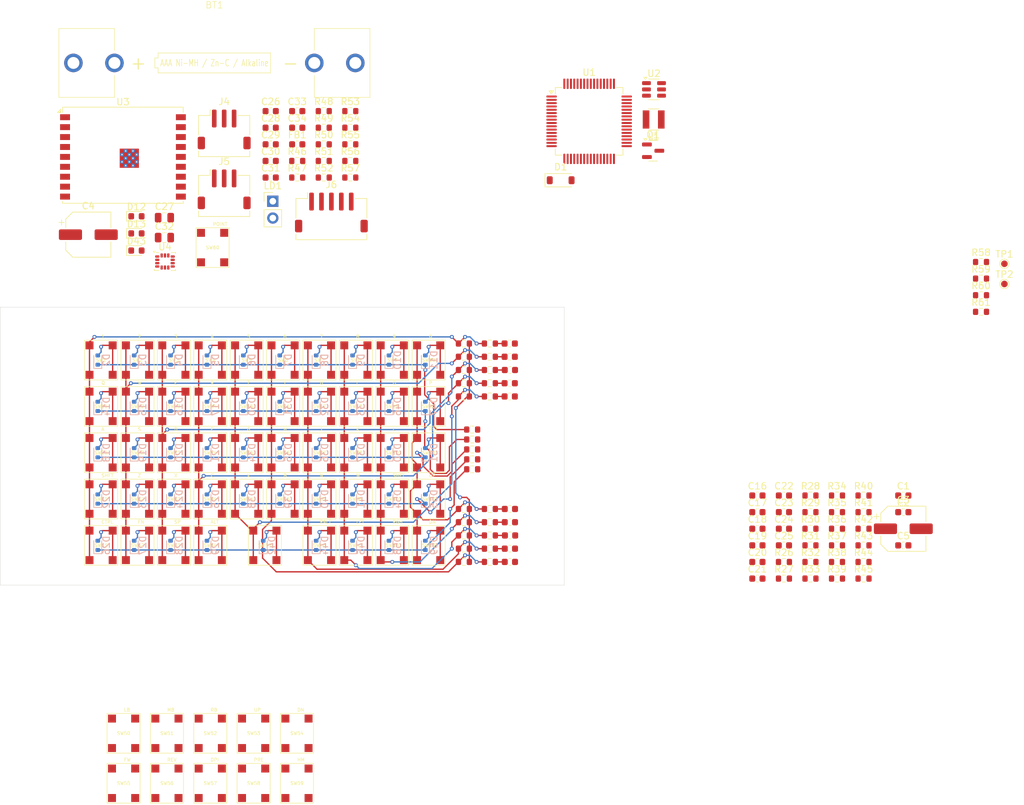
<source format=kicad_pcb>
(kicad_pcb (version 20240108) (generator "pcbnew") (generator_version "8.0")
  (layers (0 "F.Cu" signal) (31 "B.Cu" signal) (34 "B.Paste" user) (35 "F.Paste" user) (36 "B.SilkS" user "B.Silkscreen") (37 "F.SilkS" user "F.Silkscreen") (38 "B.Mask" user) (39 "F.Mask" user) (44 "Edge.Cuts" user))
  (net 0 "")
  (net 1 "GND")
  (net 2 "Net-(U2-LX)")
  (net 3 "+3V3")
  (net 4 "Net-(SW1-A)")
  (net 5 "Net-(SW12-A)")
  (net 6 "Net-(SW13-A)")
  (net 7 "Net-(SW14-A)")
  (net 8 "Net-(SW15-A)")
  (net 9 "Net-(SW16-A)")
  (net 10 "Net-(SW17-A)")
  (net 11 "Net-(SW18-A)")
  (net 12 "Net-(SW19-A)")
  (net 13 "Net-(SW10-A)")
  (net 14 "/Keyboard/KEY_ROW3")
  (net 18 "/Keyboard/KEY_ROW2")
  (net 20 "/Keyboard/KEY_ROW4")
  (net 27 "/Keyboard/KEY_ROW5")
  (net 35 "/Keyboard/KEY_ROW1")
  (net 36 "Net-(U2-REF)")
  (net 37 "Net-(D2-A)")
  (net 38 "Net-(D3-A)")
  (net 39 "Net-(D4-A)")
  (net 40 "Net-(D5-A)")
  (net 41 "Net-(D6-A)")
  (net 42 "Net-(D7-A)")
  (net 43 "Net-(D8-A)")
  (net 44 "Net-(D9-A)")
  (net 45 "Net-(D10-A)")
  (net 46 "Net-(D11-A)")
  (net 47 "Net-(D14-A)")
  (net 48 "Net-(D15-A)")
  (net 49 "Net-(D16-A)")
  (net 50 "Net-(D17-A)")
  (net 51 "Net-(D30-A)")
  (net 52 "Net-(D31-A)")
  (net 53 "Net-(D32-A)")
  (net 54 "Net-(D33-A)")
  (net 55 "Net-(D46-A)")
  (net 56 "Net-(D47-A)")
  (net 57 "Net-(D18-A)")
  (net 58 "Net-(D19-A)")
  (net 59 "Net-(D20-A)")
  (net 60 "Net-(D21-A)")
  (net 61 "Net-(D34-A)")
  (net 62 "Net-(D35-A)")
  (net 63 "Net-(D36-A)")
  (net 64 "Net-(D37-A)")
  (net 65 "Net-(D50-A)")
  (net 66 "Net-(D51-A)")
  (net 67 "Net-(D22-A)")
  (net 68 "Net-(D23-A)")
  (net 69 "Net-(D24-A)")
  (net 70 "Net-(D25-A)")
  (net 71 "Net-(D38-A)")
  (net 72 "Net-(D39-A)")
  (net 73 "Net-(D40-A)")
  (net 74 "Net-(D41-A)")
  (net 75 "Net-(D54-A)")
  (net 76 "Net-(D55-A)")
  (net 77 "Net-(D26-A)")
  (net 78 "Net-(D27-A)")
  (net 79 "Net-(D28-A)")
  (net 80 "Net-(D29-A)")
  (net 81 "Net-(D42-A)")
  (net 82 "Net-(D44-A)")
  (net 83 "Net-(D45-A)")
  (net 84 "Net-(D58-A)")
  (net 85 "Net-(D59-A)")
  (net 86 "/mouse/LMB")
  (net 87 "/mouse/MMB")
  (net 88 "/mouse/RMB")
  (net 89 "/mouse/SCRLUP")
  (net 90 "/mouse/SCRLDN")
  (net 91 "/mouse/FWD")
  (net 92 "/mouse/BACK")
  (net 93 "/mouse/DPI")
  (net 94 "/mouse/PRECISION")
  (net 95 "/mouse/HOME")
  (net 96 "/mouse/MOUSE_RB")
  (net 97 "/mouse/MOUSE_MB")
  (net 98 "/mouse/MOUSE_LB")
  (net 99 "/mouse/MOUSE_UP")
  (net 100 "/mouse/MOUSE_DN")
  (net 101 "/mouse/MOUSE_FWD")
  (net 102 "/mouse/MOUSE_BACK")
  (net 103 "/mouse/MOUSE_DPI")
  (net 104 "/mouse/MOUSE_PRC")
  (net 105 "/mouse/MOUSE_HOME")
  (net 106 "Net-(D10-K)")
  (net 107 "Net-(D14-K)")
  (net 108 "Net-(D18-K)")
  (net 109 "Net-(D22-K)")
  (net 110 "Net-(D26-K)")
  (net 111 "/BAT-")
  (net 112 "/BAT+")
  (net 113 "/COL6")
  (net 114 "/COL10")
  (net 115 "/COL9")
  (net 116 "/COL8")
  (net 117 "/COL7")
  (net 118 "/COL5")
  (net 119 "/COL4")
  (net 120 "/COL3")
  (net 121 "/COL2")
  (net 122 "/COL1")
  (net 123 "Net-(U1-VREF+)")
  (net 124 "/ESP_RST")
  (net 125 "Net-(D12-K)")
  (net 126 "Net-(D12-A)")
  (net 127 "Net-(D13-A)")
  (net 128 "Net-(D13-K)")
  (net 129 "Net-(D43-K)")
  (net 130 "Net-(D43-A)")
  (net 131 "/AT_MCU_RX")
  (net 132 "/AT_MCU_TX")
  (net 133 "/PRG_ESP_RX")
  (net 134 "/PRG_ESP_TX")
  (net 135 "/RST")
  (net 136 "/SWDCLK")
  (net 137 "/SWDIO")
  (net 138 "Net-(LD1-A)")
  (net 139 "/SDA")
  (net 140 "/SCL")
  (net 141 "Net-(U3-IO8)")
  (net 142 "/ESP_BOOT")
  (net 143 "Net-(U3-IO2)")
  (net 144 "Net-(SW60-A)")
  (net 145 "/GYRO_INT")
  (net 160 "Net-(U4-CS)")
  (net 161 "Net-(U4-SDO{slash}SA0)")
  (net 162 "/SCX")
  (net 163 "/SDX")
  (net 164 "/DBG_TX")
  (net 165 "/DBR_RX")
  (footprint "Resistor_SMD:R_0603_1608Metric" (layer "F.Cu") (at 143.825 113.5 180)
    (property "Reference" "R10" (hide yes))
    (property "Value" "10k")
  )
  (footprint "airMouseLib:TL3315NF100Q" (layer "F.Cu") (at 105.5 101)
    (property "Reference" "SW24")
    (property "Value" "KEY")
  )
  (footprint "Resistor_SMD:R_0603_1608Metric" (layer "F.Cu") (at 122.65 51.89)
    (property "Reference" "R49")
    (property "Value" "10k")
  )
  (footprint "Resistor_SMD:R_0603_1608Metric" (layer "F.Cu") (at 147.75 86.5)
    (property "Reference" "R17" (hide yes))
    (property "Value" "10k")
  )
  (footprint "Capacitor_SMD:C_0603_1608Metric" (layer "F.Cu") (at 114.63 51.89)
    (property "Reference" "C28")
    (property "Value" "1u")
  )
  (footprint "Inductor_SMD:L_Abracon_ASPI-3012S" (layer "F.Cu") (at 172.5 50.645)
    (property "Reference" "L1")
    (property "Value" "22u / WLPN303010M220PB")
  )
  (footprint "airMouseLib:TL3315NF100Q" (layer "F.Cu") (at 133 87)
    (property "Reference" "SW9")
    (property "Value" "KEY")
  )
  (footprint "Package_TO_SOT_SMD:SOT-23" (layer "F.Cu") (at 172.42 55.37)
    (property "Reference" "Q1")
    (property "Value" "IRLML6346")
  )
  (footprint "Resistor_SMD:R_0603_1608Metric" (layer "F.Cu") (at 126.66 56.91)
    (property "Reference" "R56")
    (property "Value" "10k")
  )
  (footprint "Capacitor_SMD:C_0603_1608Metric" (layer "F.Cu") (at 188.175 120.02)
    (property "Reference" "C21")
    (property "Value" "100n")
  )
  (footprint "Resistor_SMD:R_0603_1608Metric" (layer "F.Cu") (at 192.185 117.51)
    (property "Reference" "R26")
    (property "Value" "10k")
  )
  (footprint "TestPoint:TestPoint_Pad_D1.0mm" (layer "F.Cu") (at 225.5 72.45)
    (property "Reference" "TP1")
    (property "Value" "DBG_TX")
  )
  (footprint "airMouseLib:TL3315NF100Q" (layer "F.Cu") (at 105.5 115)
    (property "Reference" "SW44")
    (property "Value" "KEY")
  )
  (footprint "airMouseLib:TL3315NF100Q" (layer "F.Cu") (at 100 108)
    (property "Reference" "SW33")
    (property "Value" "KEY")
  )
  (footprint "airMouseLib:TL3315NF100Q" (layer "F.Cu") (at 100 87)
    (property "Reference" "SW3")
    (property "Value" "KEY")
  )
  (footprint "Resistor_SMD:R_0603_1608Metric" (layer "F.Cu") (at 122.65 54.4)
    (property "Reference" "R50")
    (property "Value" "10k")
  )
  (footprint "airMouseLib:TL3315NF100Q" (layer "F.Cu") (at 89 87)
    (property "Reference" "SW1")
    (property "Value" "KEY")
  )
  (footprint "Capacitor_SMD:CP_Elec_6.3x5.8" (layer "F.Cu") (at 210.225 112.49)
    (property "Reference" "C3")
    (property "Value" "47u")
  )
  (footprint "airMouseLib:TL3315NF100Q" (layer "F.Cu") (at 116.5 94)
    (property "Reference" "SW16")
    (property "Value" "KEY")
  )
  (footprint "airMouseLib:TL3315NF100Q" (layer "F.Cu") (at 94.5 108)
    (property "Reference" "SW32")
    (property "Value" "KEY")
  )
  (footprint "airMouseLib:TL3315NF100Q" (layer "F.Cu") (at 127.5 101)
    (property "Reference" "SW28")
    (property "Value" "KEY")
  )
  (footprint "Resistor_SMD:R_0603_1608Metric" (layer "F.Cu") (at 126.66 51.89)
    (property "Reference" "R54")
    (property "Value" "10k")
  )
  (footprint "Capacitor_SMD:C_0603_1608Metric" (layer "F.Cu") (at 150.775 115.5)
    (property "Reference" "C10" (hide yes))
    (property "Value" "100n")
  )
  (footprint "Resistor_SMD:R_0603_1608Metric" (layer "F.Cu") (at 122.65 59.42)
    (property "Reference" "R52")
    (property "Value" "4k7")
  )
  (footprint "Capacitor_SMD:C_0603_1608Metric" (layer "F.Cu") (at 210.225 107.47)
    (property "Reference" "C1")
    (property "Value" "105")
  )
  (footprint "airMouseLib:BC-0401" (layer "F.Cu") (at 106.12 42.1)
    (property "Reference" "BT1")
    (property "Value" "BC-0401")
  )
  (footprint "airMouseLib:TL3315NF100Q" (layer "F.Cu") (at 122 115)
    (property "Reference" "SW46")
    (property "Value" "KEY")
  )
  (footprint "Resistor_SMD:R_0603_1608Metric" (layer "F.Cu") (at 196.195 107.47)
    (property "Reference" "R28")
    (property "Value" "10k")
  )
  (footprint "Capacitor_SMD:C_0603_1608Metric" (layer "F.Cu") (at 192.185 107.47)
    (property "Reference" "C22")
    (property "Value" "100n")
  )
  (footprint "Resistor_SMD:R_0603_1608Metric" (layer "F.Cu") (at 143.825 111.5 180)
    (property "Reference" "R11" (hide yes))
    (property "Value" "10k")
  )
  (footprint "Resistor_SMD:R_0603_1608Metric" (layer "F.Cu") (at 147.75 84.5)
    (property "Reference" "R16" (hide yes))
    (property "Value" "10k")
  )
  (footprint "airMouseLib:TL3315NF100Q" (layer "F.Cu") (at 112.05 143.4)
    (property "Reference" "SW53")
    (property "Value" "KEY")
  )
  (footprint "Resistor_SMD:R_0603_1608Metric" (layer "F.Cu") (at 147.75 117.5)
    (property "Reference" "R21" (hide yes))
    (property "Value" "10k")
  )
  (footprint "airMouseLib:TL3315NF100Q" (layer "F.Cu") (at 92.4 143.4)
    (property "Reference" "SW50")
    (property "Value" "KEY")
  )
  (footprint "airMouseLib:TL3315NF100Q" (layer "F.Cu") (at 122 108)
    (property "Reference" "SW37")
    (property "Value" "KEY")
  )
  (footprint "airMouseLib:TL3315NF100Q" (layer "F.Cu") (at 111 87)
    (property "Reference" "SW5")
    (property "Value" "KEY")
  )
  (footprint "Resistor_SMD:R_0603_1608Metric" (layer "F.Cu") (at 221.97 72.18)
    (property "Reference" "R58")
    (property "Value" "10k")
  )
  (footprint "Capacitor_SMD:C_0603_1608Metric" (layer "F.Cu") (at 150.8 113.5)
    (property "Reference" "C9" (hide yes))
    (property "Value" "100n")
  )
  (footprint "Resistor_SMD:R_0603_1608Metric" (layer "F.Cu") (at 200.205 120.02)
    (property "Reference" "R39")
    (property "Value" "10k")
  )
  (footprint "airMouseLib:TL3315NF100Q" (layer "F.Cu") (at 138.5 87)
    (property "Reference" "SW10")
    (property "Value" "KEY")
  )
  (footprint "Resistor_SMD:R_0603_1608Metric" (layer "F.Cu") (at 118.64 59.42)
    (property "Reference" "R47")
    (property "Value" "2k2")
  )
  (footprint "Resistor_SMD:R_0603_1608Metric" (layer "F.Cu") (at 143.825 115.5 180)
    (property "Reference" "R9" (hide yes))
    (property "Value" "10k")
  )
  (footprint "Capacitor_SMD:C_0603_1608Metric" (layer "F.Cu") (at 210.225 109.98)
    (property "Reference" "C2")
    (property "Value" "100n")
  )
  (footprint "Capacitor_SMD:C_0603_1608Metric" (layer "F.Cu") (at 150.775 117.5)
    (property "Reference" "C6" (hide yes))
    (property "Value" "100n")
  )
  (footprint "Resistor_SMD:R_0603_1608Metric" (layer "F.Cu") (at 122.65 49.38)
    (property "Reference" "R48")
    (property "Value" "2k2")
  )
  (footprint "airMouseLib:TL3315NF100Q" (layer "F.Cu") (at 122 94)
    (property "Reference" "SW17")
    (property "Value" "KEY")
  )
  (footprint "Resistor_SMD:R_0603_1608Metric" (layer "F.Cu") (at 204.215 112.49)
    (property "Reference" "R42")
    (property "Value" "10k")
  )
  (footprint "airMouseLib:TL3315NF100Q" (layer "F.Cu") (at 133 94)
    (property "Reference" "SW19")
    (property "Value" "KEY")
  )
  (footprint "Resistor_SMD:R_0603_1608Metric" (layer "F.Cu") (at 204.215 107.47)
    (property "Reference" "R40")
    (property "Value" "10k")
  )
  (footprint "Resistor_SMD:R_0603_1608Metric" (layer "F.Cu") (at 147.75 88.5)
    (property "Reference" "R18" (hide yes))
    (property "Value" "10k")
  )
  (footprint "Package_LGA:LGA-14_3x2.5mm_P0.5mm_LayoutBorder3x4y" (layer "F.Cu") (at 98.655 72.105)
    (property "Reference" "U4")
    (property "Value" "LSM6DS3")
  )
  (footprint "airMouseLib:TL3315NF100Q" (layer "F.Cu") (at 89 115)
    (property "Reference" "SW41")
    (property "Value" "KEY")
  )
  (footprint "airMouseLib:TL3315NF100Q" (layer "F.Cu") (at 116.5 101)
    (property "Reference" "SW26")
    (property "Value" "KEY")
  )
  (footprint "Resistor_SMD:R_0603_1608Metric" (layer "F.Cu") (at 118.64 56.91)
    (property "Reference" "R46")
    (property "Value" "2k2")
  )
  (footprint "Connector_JST:JST_ZH_S3B-ZR-SM4A-TF_1x03-1MP_P1.50mm_Horizontal" (layer "F.Cu") (at 107.6 52.15)
    (property "Reference" "J4")
    (property "Value" "AT")
  )
  (footprint "Resistor_SMD:R_0603_1608Metric" (layer "F.Cu") (at 196.195 117.51)
    (property "Reference" "R32")
    (property "Value" "10k")
  )
  (footprint "airMouseLib:TL3315NF100Q" (layer "F.Cu") (at 138.5 115)
    (property "Reference" "SW49")
    (property "Value" "KEY")
  )
  (footprint "Capacitor_SMD:C_0603_1608Metric" (layer "F.Cu") (at 188.175 117.51)
    (property "Reference" "C20")
    (property "Value" "100n")
  )
  (footprint "Capacitor_SMD:C_0603_1608Metric" (layer "F.Cu") (at 150.75 84.5)
    (property "Reference" "C15" (hide yes))
    (property "Value" "100n")
  )
  (footprint "airMouseLib:TL3315NF100Q" (layer "F.Cu") (at 89 108)
    (property "Reference" "SW31")
    (property "Value" "KEY")
  )
  (footprint "Capacitor_SMD:C_0603_1608Metric" (layer "F.Cu") (at 150.775 88.5)
    (property "Reference" "C13" (hide yes))
    (property "Value" "100n")
  )
  (footprint "airMouseLib:TL3315NF100Q" (layer "F.Cu") (at 105.85 70)
    (property "Reference" "SW60")
    (property "Value" "KEY")
  )
  (footprint "Capacitor_SMD:C_0603_1608Metric" (layer "F.Cu") (at 114.63 56.91)
    (property "Reference" "C30")
    (property "Value" "1u")
  )
  (footprint "airMouseLib:TL3315NF100Q" (layer "F.Cu") (at 113.75 115)
    (property "Reference" "SW45")
    (property "Value" "KEY")
  )
  (footprint "Resistor_SMD:R_0603_1608Metric" (layer "F.Cu") (at 221.97 77.2)
    (property "Reference" "R60")
    (property "Value" "0R")
  )
  (footprint "Resistor_SMD:R_0603_1608Metric" (layer "F.Cu") (at 143.825 92.5 180)
    (property "Reference" "R7" (hide yes))
    (property "Value" "10k")
  )
  (footprint "Resistor_SMD:R_0603_1608Metric" (layer "F.Cu") (at 200.205 109.98)
    (property "Reference" "R35")
    (property "Value" "10k")
  )
  (footprint "airMouseLib:TL3315NF100Q" (layer "F.Cu") (at 94.5 87)
    (property "Reference" "SW2")
    (property "Value" "KEY")
  )
  (footprint "airMouseLib:TL3315NF100Q" (layer "F.Cu") (at 116.5 87)
    (property "Reference" "SW6")
    (property "Value" "KEY")
  )
  (footprint "Capacitor_SMD:C_0603_1608Metric" (layer "F.Cu") (at 192.185 109.98)
    (property "Reference" "C23")
    (property "Value" "100n")
  )
  (footprint "Resistor_SMD:R_0603_1608Metric" (layer "F.Cu") (at 145.075 102 180)
    (property "Reference" "R14" (hide yes))
    (property "Value" "100R")
  )
  (footprint "Resistor_SMD:R_0603_1608Metric" (layer "F.Cu") (at 126.66 49.38)
    (property "Reference" "R53")
    (property "Value" "10k")
  )
  (footprint "Package_TO_SOT_SMD:SOT-23-6" (layer "F.Cu") (at 172.55 46.1)
    (property "Reference" "U2")
    (property "Value" "AP1603")
  )
  (footprint "airMouseLib:TL3315NF100Q" (layer "F.Cu") (at 118.6 143.4)
    (property "Reference" "SW54")
    (property "Value" "KEY")
  )
  (footprint "Connector_JST:JST_ZH_S5B-ZR-SM4A-TF_1x05-1MP_P1.50mm_Horizontal" (layer "F.Cu") (at 123.8 64.7)
    (property "Reference" "J6")
    (property "Value" "MCU_PRG")
  )
  (footprint "Resistor_SMD:R_0603_1608Metric" (layer "F.Cu") (at 147.75 92.5)
    (property "Reference" "R20" (hide yes))
    (property "Value" "10k")
  )
  (footprint "Resistor_SMD:R_0603_1608Metric" (layer "F.Cu") (at 126.66 59.42)
    (property "Reference" "R57")
    (property "Value" "2k2")
  )
  (footprint "Resistor_SMD:R_0603_1608Metric" (layer "F.Cu") (at 200.205 112.49)
    (property "Reference" "R36")
    (property "Value" "10k")
  )
  (footprint "airMouseLib:TL3315NF100Q" (layer "F.Cu") (at 105.5 150.95)
    (property "Reference" "SW57")
    (property "Value" "KEY")
  )
  (footprint "Resistor_SMD:R_0603_1608Metric" (layer "F.Cu") (at 204.215 120.02)
    (property "Reference" "R45")
    (property "Value" "10k")
  )
  (footprint "Capacitor_SMD:C_0603_1608Metric" (layer "F.Cu") (at 188.175 109.98)
    (property "Reference" "C17")
    (property "Value" "100n")
  )
  (footprint "Capacitor_SMD:C_0805_2012Metric" (layer "F.Cu") (at 98.57 65.48)
    (property "Reference" "C27")
    (property "Value" "4u7")
  )
  (footprint "Capacitor_SMD:C_0603_1608Metric" (layer "F.Cu") (at 114.63 49.38)
    (property "Reference" "C26")
    (property "Value" "100n")
  )
  (footprint "airMouseLib:TL3315NF100Q" (layer "F.Cu") (at 133 108)
    (property "Reference" "SW39")
    (property "Value" "KEY")
  )
  (footprint "airMouseLib:TL3315NF100Q" (layer "F.Cu") (at 118.6 150.95)
    (property "Reference" "SW59")
    (property "Value" "KEY")
  )
  (footprint "Resistor_SMD:R_0603_1608Metric" (layer "F.Cu") (at 143.825 88.5 180)
    (property "Reference" "R5" (hide yes))
    (property "Value" "10k")
  )
  (footprint "Resistor_SMD:R_0603_1608Metric" (layer "F.Cu") (at 143.825 86.5 180)
    (property "Reference" "R4" (hide yes))
    (property "Value" "10k")
  )
  (footprint "Capacitor_SMD:C_0603_1608Metric" (layer "F.Cu") (at 118.64 49.38)
    (property "Reference" "C33")
    (property "Value" "100n")
  )
  (footprint "Resistor_SMD:R_0603_1608Metric" (layer "F.Cu") (at 143.825 84.5 180)
    (property "Reference" "R3" (hide yes))
    (property "Value" "10k")
  )
  (footprint "Resistor_SMD:R_0603_1608Metric" (layer "F.Cu") (at 147.75 115.5)
    (property "Reference" "R22" (hide yes))
    (property "Value" "10k")
  )
  (footprint "Resistor_SMD:R_0603_1608Metric" (layer "F.Cu") (at 145.075 103.5 180)
    (property "Reference" "R15" (hide yes))
    (property "Value" "100R")
  )
  (footprint "airMouseLib:TL3315NF100Q" (layer "F.Cu") (at 105.5 87)
    (property "Reference" "SW4")
    (property "Value" "KEY")
  )
  (footprint "Capacitor_SMD:C_0603_1608Metric" (layer "F.Cu") (at 150.775 109.5)
    (property "Reference" "C7" (hide yes))
    (property "Value" "100n")
  )
  (footprint "airMouseLib:TL3315NF100Q" (layer "F.Cu") (at 111 101)
    (property "Reference" "SW25")
    (property "Value" "KEY")
  )
  (footprint "TestPoint:TestPoint_Pad_D1.0mm" (layer "F.Cu") (at 225.5 75.5)
    (property "Reference" "TP2")
    (property "Value" "DBG_RX")
  )
  (footprint "Capacitor_SMD:C_0603_1608Metric" (layer "F.Cu") (at 150.75 92.5)
    (property "Reference" "C11" (hide yes))
    (property "Value" "100n")
  )
  (footprint "airMouseLib:TL3315NF100Q" (layer "F.Cu") (at 89 101)
    (property "Reference" "SW21")
    (property "Value" "KEY")
  )
  (footprint "Resistor_SMD:R_0603_1608Metric" (layer "F.Cu") (at 192.185 120.02)
    (property "Reference" "R27")
    (property "Value" "10k")
  )
  (footprint "airMouseLib:TL3315NF100Q" (layer "F.Cu") (at 100 94)
    (property "Reference" "SW13")
    (property "Value" "KEY")
  )
  (footprint "Capacitor_SMD:C_0603_1608Metric" (layer "F.Cu") (at 114.63 54.4)
    (property "Reference" "C29")
    (property "Value" "100n")
  )
  (footprint "airMouseLib:TL3315NF100Q" (layer "F.Cu") (at 92.4 150.95)
    (property "Reference" "SW55")
    (property "Value" "KEY")
  )
  (footprint "airMouseLib:TL3315NF100Q" (layer "F.Cu") (at 133 115)
    (property "Reference" "SW48")
    (property "Value" "KEY")
  )
  (footprint "Resistor_SMD:R_0603_1608Metric" (layer "F.Cu") (at 147.75 90.5)
    (property "Reference" "R19" (hide yes))
    (property "Value" "10k")
  )
  (footprint "Resistor_SMD:R_0603_1608Metric" (layer "F.Cu") (at 145.075 97.5 180)
    (property "Reference" "R1" (hide yes))
    (property "Value" "100R")
  )
  (footprint "LED_SMD:LED_0603_1608Metric" (layer "F.Cu") (at 94.34 70.45)
    (property "Reference" "D43")
    (property "Value" "LOW_BAT")
  )
  (footprint "Resistor_SMD:R_0603_1608Metric" (layer "F.Cu") (at 204.215 117.51)
    (property "Reference" "R44")
    (property "Value" "10k")
  )
  (footprint "RF_Module:ESP32-C3-WROOM-02U" (layer "F.Cu") (at 92.305 56.3)
    (property "Reference" "U3")
    (property "Value" "ESP32-C3-WROOM-02U")
  )
  (footprint "Capacitor_SMD:C_0603_1608Metric" (layer "F.Cu") (at 188.175 107.47)
    (property "Reference" "C16")
    (property "Value" "100n")
  )
  (footprint "airMouseLib:TL3315NF100Q" (layer "F.Cu") (at 127.5 94)
    (property "Reference" "SW18")
    (property "Value" "KEY")
  )
  (footprint "Resistor_SMD:R_0603_1608Metric" (layer "F.Cu") (at 147.75 111.5)
    (property "Reference" "R24" (hide yes))
    (property "Value" "10k")
  )
  (footprint "Resistor_SMD:R_0603_1608Metric" (layer "F.Cu") (at 143.825 117.5 180)
    (property "Reference" "R8" (hide yes))
    (property "Value" "10k")
  )
  (footprint "airMouseLib:TL3315NF100Q" (layer "F.Cu") (at 105.5 108)
    (property "Reference" "SW34")
    (property "Value" "KEY")
  )
  (footprint "airMouseLib:TL3315NF100Q" (layer "F.Cu") (at 100 101)
    (property "Reference" "SW23")
    (property "Value" "KEY")
  )
  (footprint "Capacitor_SMD:C_0603_1608Metric" (layer "F.Cu") (at 150.775 111.5)
    (property "Reference" "C8" (hide yes))
    (property "Value" "100n")
  )
  (footprint "Resistor_SMD:R_0603_1608Metric" (layer "F.Cu") (at 221.97 79.71)
    (property "Reference" "R61")
    (property "Value" "0R")
  )
  (footprint "airMouseLib:TL3315NF100Q" (layer "F.Cu") (at 138.5 94)
    (property "Reference" "SW20")
    (property "Value" "KEY")
  )
  (footprint "Resistor_SMD:R_0603_1608Metric" (layer "F.Cu") (at 204.215 109.98)
    (property "Reference" "R41")
    (property "Value" "10k")
  )
  (footprint "Capacitor_SMD:C_0603_1608Metric" (layer "F.Cu") (at 192.185 115)
    (property "Reference" "C25")
    (property "Value" "100n")
  )
  (footprint "Capacitor_SMD:C_0603_1608Metric" (layer "F.Cu") (at 210.225 115)
    (property "Reference" "C5")
    (property "Value" "100n")
  )
  (footprint "airMouseLib:TL3315NF100Q" (layer "F.Cu") (at 122 101)
    (property "Reference" "SW27")
    (property "Value" "KEY")
  )
  (footprint "Capacitor_SMD:C_0603_1608Metric" (layer "F.Cu") (at 118.64 51.89)
    (property "Reference" "C34")
    (property "Value" "100n")
  )
  (footprint "Resistor_SMD:R_0603_1608Metric" (layer "F.Cu") (at 147.75 113.5)
    (property "Reference" "R23" (hide yes))
    (property "Value" "10k")
  )
  (footprint "Resistor_SMD:R_0603_1608Metric" (layer "F.Cu") (at 122.65 56.91)
    (property "Reference" "R51")
    (property "Value" "4k7")
  )
  (footprint "Resistor_SMD:R_0603_1608Metric" (layer "F.Cu") (at 200.205 117.51)
    (property "Reference" "R38")
    (property "Value" "10k")
  )
  (footprint "airMouseLib:TL3315NF100Q" (layer "F.Cu") (at 89 94)
    (property "Reference" "SW11")
    (property "Value" "KEY")
  )
  (footprint "airMouseLib:TL3315NF100Q" (layer "F.Cu") (at 127.5 108)
    (property "Reference" "SW38")
    (property "Value" "KEY")
  )
  (footprint "Capacitor_SMD:C_0603_1608Metric" (layer "F.Cu") (at 188.175 115)
    (property "Reference" "C19")
    (property "Value" "100n")
  )
  (footprint "airMouseLib:TL3315NF100Q" (layer "F.Cu") (at 116.5 108)
    (property "Reference" "SW36")
    (property "Value" "KEY")
  )
  (footprint "airMouseLib:TL3315NF100Q" (layer "F.Cu") (at 127.5 87)
    (property "Reference" "SW8")
    (property "Value" "KEY")
  )
  (footprint "airMouseLib:TL3315NF100Q" (layer "F.Cu") (at 122 87)
    (property "Reference" "SW7")
    (property "Value" "KEY")
  )
  (footprint "airMouseLib:TL3315NF100Q" (layer "F.Cu") (at 112.05 150.95)
    (property "Reference" "SW58")
    (property "Value" "KEY")
  )
  (footprint "airMouseLib:TL3315NF100Q" (layer "F.Cu") (at 133 101)
    (property "Reference" "SW29")
    (property "Value" "KEY")
  )
  (footprint "airMouseLib:TL3315NF100Q" (layer "F.Cu") (at 94.5 115)
    (property "Reference" "SW42")
    (property "Value" "KEY")
  )
  (footprint "Capacitor_SMD:C_0603_1608Metric" (layer "F.Cu") (at 150.75 90.5)
    (property "Reference" "C12" (hide yes))
    (property "Value" "100n")
  )
  (footprint "airMouseLib:TL3315NF100Q" (layer "F.Cu") (at 127.5 115)
    (property "Reference" "SW47")
    (property "Value" "KEY")
  )
  (footprint "Resistor_SMD:R_0603_1608Metric" (layer "F.Cu") (at 145.075 100.5 180)
    (property "Reference" "R13" (hide yes))
    (property "Value" "100R")
  )
  (footprint "airMouseLib:TL3315NF100Q" (layer "F.Cu") (at 94.5 101)
    (property "Reference" "SW22")
    (property "Value" "KEY")
  )
  (footprint "Capacitor_SMD:CP_Elec_6.3x5.8" (layer "F.Cu") (at 87.07 68.05)
    (property "Reference" "C4")
    (property "Value" "47u")
  )
  (footprint "Resistor_SMD:R_0603_1608Metric" (layer "F.Cu") (at 196.195 112.49)
    (property "Reference" "R30")
    (property "Value" "10k")
  )
  (footprint "airMouseLib:TL3315NF100Q" (layer "F.Cu") (at 98.95 150.95)
    (property "Reference" "SW56")
    (property "Value" "KEY")
  )
  (footprint "Resistor_SMD:R_0603_1608Metric" (layer "F.Cu") (at 196.195 120.02)
    (property "Reference" "R33")
    (property "Value" "10k")
  )
  (footprint "airMouseLib:TL3315NF100Q" (layer "F.Cu") (at 111 108)
    (property "Reference" "SW35")
    (property "Value" "KEY")
  )
  (footprint "Resistor_SMD:R_0603_1608Metric" (layer "F.Cu") (at 196.195 109.98)
    (property "Reference" "R29")
    (property "Value" "10k")
  )
  (footprint "Capacitor_SMD:C_0603_1608Metric" (layer "F.Cu") (at 192.185 112.49)
    (property "Reference" "C24")
    (property "Value" "100n")
  )
  (footprint "Resistor_SMD:R_0603_1608Metric" (layer "F.Cu") (at 145.075 99 180)
    (property "Reference" "R2" (hide yes))
    (property "Value" "100R")
  )
  (footprint "Resistor_SMD:R_0603_1608Metric" (layer "F.Cu") (at 143.825 109.5 180)
    (property "Reference" "R12" (hide yes))
    (property "Value" "10k")
  )
  (footprint "Capacitor_SMD:C_0603_1608Metric" (layer "F.Cu") (at 118.64 54.4)
    (property "Reference" "FB1")
    (property "Value" "600R @ 100M")
  )
  (footprint "Diode_SMD:D_SOD-123" (layer "F.Cu") (at 158.445 59.825)
    (property "Reference" "D1")
    (property "Value" "MBR0530")
  )
  (footprint "Capacitor_SMD:C_0805_2012Metric" (layer "F.Cu") (at 98.57 68.49)
    (property "Reference" "C32")
    (property "Value" "10u")
  )
  (footprint "Capacitor_SMD:C_0603_1608Metric" (layer "F.Cu") (at 150.75 86.5)
    (property "Reference" "C14" (hide yes))
    (property "Value" "100n")
  )
  (footprint "Resistor_SMD:R_0603_1608Metric" (layer "F.Cu") (at 196.195 115)
    (property "Reference" "R31")
    (property "Value" "10k")
  )
  (footprint "Resistor_SMD:R_0603_1608Metric" (layer "F.Cu") (at 143.825 90.5 180)
    (property "Reference" "R6" (hide yes))
    (property "Value" "10k")
  )
  (footprint "LED_SMD:LED_0603_1608Metric" (layer "F.Cu") (at 94.34 67.86)
    (property "Reference" "D13")
    (property "Value" "BT")
  )
  (footprint "airMouseLib:TL3315NF100Q" (layer "F.Cu") (at 138.5 108)
    (property "Reference" "SW40")
    (property "Value" "KEY")
  )
  (footprint "Resistor_SMD:R_0603_1608Metric" (layer "F.Cu") (at 126.66 54.4)
    (property "Reference" "R55")
    (property "Value" "10k")
  )
  (footprint "Resistor_SMD:R_0603_1608Metric" (layer "F.Cu") (at 200.205 115)
    (property "Reference" "R37")
    (property "Value" "10k")
  )
  (footprint "Resistor_SMD:R_0603_1608Metric" (layer "F.Cu") (at 204.215 115)
    (property "Reference" "R43")
    (property "Value" "10k")
  )
  (footprint "Connector_PinHeader_2.54mm:PinHeader_1x02_P2.54mm_Vertical" (layer "F.Cu") (at 114.95 63)
    (property "Reference" "LD1")
    (property "Value" "70115420")
  )
  (footprint "airMouseLib:TL3315NF100Q" (layer "F.Cu") (at 105.5 143.4)
    (property "Reference" "SW52")
    (property "Value" "KEY")
  )
  (footprint "Resistor_SMD:R_0603_1608Metric" (layer "F.Cu") (at 200.205 107.47)
    (property "Reference" "R34")
    (property "Value" "10k")
  )
  (footprint "Resistor_SMD:R_0603_1608Metric" (layer "F.Cu") (at 221.97 74.69)
    (property "Reference" "R59")
    (property "Value" "10k")
  )
  (footprint "airMouseLib:TL3315NF100Q" (layer "F.Cu") (at 111 94)
    (property "Reference" "SW15")
    (property "Value" "KEY")
  )
  (footprint "Capacitor_SMD:C_0603_1608Metric" (layer "F.Cu") (at 114.63 59.42)
    (property "Reference" "C31")
    (property "Value" "100n")
  )
  (footprint "airMouseLib:TL3315NF100Q" (layer "F.Cu") (at 98.95 143.4)
    (property "Reference" "SW51")
    (property "Value" "KEY")
  )
  (footprint "airMouseLib:TL3315NF100Q" (layer "F.Cu") (at 138.5 101)
    (property "Reference" "SW30")
    (property "Value" "KEY")
  )
  (footprint "Capacitor_SMD:C_0603_1608Metric" (layer "F.Cu") (at 188.175 112.49)
    (property "Reference" "C18")
    (property "Value" "100n")
  )
  (footprint "airMouseLib:TL3315NF100Q" (layer "F.Cu") (at 100 115)
    (property "Reference" "SW43")
    (property "Value" "KEY")
  )
  (footprint "airMouseLib:TL3315NF100Q" (layer "F.Cu") (at 94.5 94)
    (property "Reference" "SW12")
    (property "Value" "KEY")
  )
  (footprint "Package_QFP:LQFP-64_10x10mm_P0.5mm" (layer "F.Cu") (at 162.75 50.925)
    (property "Reference" "U1")
    (property "Value" "STM32G071RBTx")
  )
  (footprint "Resistor_SMD:R_0603_1608Metric" (layer "F.Cu") (at 147.75 109.5)
    (property "Reference" "R25" (hide yes))
    (property "Value" "10k")
  )
  (footprint "Connector_JST:JST_ZH_S3B-ZR-SM4A-TF_1x03-1MP_P1.50mm_Horizontal" (layer "F.Cu") (at 107.6 61.2)
    (property "Reference" "J5")
    (property "Value" "RADIO_PRG")
  )
  (footprint "airMouseLib:TL3315NF100Q" (layer "F.Cu") (at 105.5 94)
    (property "Reference" "SW14")
    (property "Value" "KEY")
  )
  (footprint "LED_SMD:LED_0603_1608Metric" (layer "F.Cu") (at 94.34 65.27)
    (property "Reference" "D12")
    (property "Value" "STBY")
  )
  (footprint "Diode_SMD:D_SOD-523" (layer "B.Cu") (at 88.5 115 90)
    (property "Reference" "D26")
    (property "Value" "BAS70X-TP")
  )
  (footprint "Diode_SMD:D_SOD-523" (layer "B.Cu") (at 94 115 90)
    (property "Reference" "D27")
    (property "Value" "BAS70X-TP")
  )
  (footprint "Diode_SMD:D_SOD-523" (layer "B.Cu") (at 127 101 90)
    (property "Reference" "D37")
    (property "Value" "BAS70X-TP")
  )
  (footprint "Diode_SMD:D_SOD-523" (layer "B.Cu") (at 121.5 101 90)
    (property "Reference" "D36")
    (property "Value" "BAS70X-TP")
  )
  (footprint "Diode_SMD:D_SOD-523" (layer "B.Cu") (at 127 87 90)
    (property "Reference" "D9")
    (property "Value" "BAS70X-TP")
  )
  (footprint "Diode_SMD:D_SOD-523" (layer "B.Cu") (at 94 108 90)
    (property "Reference" "D23")
    (property "Value" "BAS70X-TP")
  )
  (footprint "Diode_SMD:D_SOD-523" (layer "B.Cu") (at 138 94 90)
    (property "Reference" "D47")
    (property "Value" "BAS70X-TP")
  )
  (footprint "Diode_SMD:D_SOD-523" (layer "B.Cu") (at 127 108 90)
    (property "Reference" "D41")
    (property "Value" "BAS70X-TP")
  )
  (footprint "Diode_SMD:D_SOD-523" (layer "B.Cu") (at 99.5 101 90)
    (property "Reference" "D20")
    (property "Value" "BAS70X-TP")
  )
  (footprint "Diode_SMD:D_SOD-523" (layer "B.Cu") (at 88.5 94 90)
    (property "Reference" "D14")
    (property "Value" "BAS70X-TP")
  )
  (footprint "Diode_SMD:D_SOD-523" (layer "B.Cu") (at 94 101 90)
    (property "Reference" "D19")
    (property "Value" "BAS70X-TP")
  )
  (footprint "Diode_SMD:D_SOD-523" (layer "B.Cu") (at 94 94 90)
    (property "Reference" "D15")
    (property "Value" "BAS70X-TP")
  )
  (footprint "Diode_SMD:D_SOD-523" (layer "B.Cu") (at 110.5 94 90)
    (property "Reference" "D30")
    (property "Value" "BAS70X-TP")
  )
  (footprint "Diode_SMD:D_SOD-523" (layer "B.Cu") (at 105 87 90)
    (property "Reference" "D5")
    (property "Value" "BAS70X-TP")
  )
  (footprint "Diode_SMD:D_SOD-523" (layer "B.Cu") (at 138 87 90)
    (property "Reference" "D11")
    (property "Value" "BAS70X-TP")
  )
  (footprint "Diode_SMD:D_SOD-523" (layer "B.Cu") (at 116 101 90)
    (property "Reference" "D35")
    (property "Value" "BAS70X-TP")
  )
  (footprint "Diode_SMD:D_SOD-523" (layer "B.Cu") (at 116 108 90)
    (property "Reference" "D39")
    (property "Value" "BAS70X-TP")
  )
  (footprint "Diode_SMD:D_SOD-523" (layer "B.Cu") (at 121.5 108 90)
    (property "Reference" "D40")
    (property "Value" "BAS70X-TP")
  )
  (footprint "Diode_SMD:D_SOD-523" (layer "B.Cu") (at 110.5 87 90)
    (property "Reference" "D6")
    (property "Value" "BAS70X-TP")
  )
  (footprint "Diode_SMD:D_SOD-523" (layer "B.Cu") (at 132.5 87 90)
    (property "Reference" "D10")
    (property "Value" "BAS70X-TP")
  )
  (footprint "Diode_SMD:D_SOD-523" (layer "B.Cu") (at 105 94 90)
    (property "Reference" "D17")
    (property "Value" "BAS70X-TP")
  )
  (footprint "Diode_SMD:D_SOD-523" (layer "B.Cu") (at 132.5 101 90)
    (property "Reference" "D50")
    (property "Value" "BAS70X-TP")
  )
  (footprint "Diode_SMD:D_SOD-523" (layer "B.Cu") (at 138 108 90)
    (property "Reference" "D55")
    (property "Value" "BAS70X-TP")
  )
  (footprint "Diode_SMD:D_SOD-523" (layer "B.Cu") (at 121.5 115 90)
    (property "Reference" "D44")
    (property "Value" "BAS70X-TP")
  )
  (footprint "Diode_SMD:D_SOD-523" (layer "B.Cu") (at 110.5 101 90)
    (property "Reference" "D34")
    (property "Value" "BAS70X-TP")
  )
  (footprint "Diode_SMD:D_SOD-523" (layer "B.Cu") (at 127 115 90)
    (property "Reference" "D45")
    (property "Value" "BAS70X-TP")
  )
  (footprint "Diode_SMD:D_SOD-523" (layer "B.Cu") (at 99.5 108 90)
    (property "Reference" "D24")
    (property "Value" "BAS70X-TP")
  )
  (footprint "Diode_SMD:D_SOD-523" (layer "B.Cu") (at 127 94 90)
    (property "Reference" "D33")
    (property "Value" "BAS70X-TP")
  )
  (footprint "Diode_SMD:D_SOD-523" (layer "B.Cu") (at 121.5 87 90)
    (property "Reference" "D8")
    (property "Value" "BAS70X-TP")
  )
  (footprint "Diode_SMD:D_SOD-523" (layer "B.Cu") (at 121.5 94 90)
    (property "Reference" "D32")
    (property "Value" "BAS70X-TP")
  )
  (footprint "Diode_SMD:D_SOD-523" (layer "B.Cu") (at 94 87 90)
    (property "Reference" "D3")
    (property "Value" "BAS70X-TP")
  )
  (footprint "Diode_SMD:D_SOD-523" (layer "B.Cu") (at 88.5 101 90)
    (property "Reference" "D18")
    (property "Value" "BAS70X-TP")
  )
  (footprint "Diode_SMD:D_SOD-523" (layer "B.Cu") (at 113.5 115 90)
    (property "Reference" "D42")
    (property "Value" "BAS70X-TP")
  )
  (footprint "Diode_SMD:D_SOD-523" (layer "B.Cu") (at 99.5 87 90)
    (property "Reference" "D4")
    (property "Value" "BAS70X-TP")
  )
  (footprint "Diode_SMD:D_SOD-523" (layer "B.Cu") (at 116 94 90)
    (property "Reference" "D31")
    (property "Value" "BAS70X-TP")
  )
  (footprint "Diode_SMD:D_SOD-523" (layer "B.Cu") (at 132.5 94 90)
    (property "Reference" "D46")
    (property "Value" "BAS70X-TP")
  )
  (footprint "Diode_SMD:D_SOD-523" (layer "B.Cu") (at 110.5 108 90)
    (property "Reference" "D38")
    (property "Value" "BAS70X-TP")
  )
  (footprint "Diode_SMD:D_SOD-523" (layer "B.Cu") (at 105 115 90)
    (property "Reference" "D29")
    (property "Value" "BAS70X-TP")
  )
  (footprint "Diode_SMD:D_SOD-523" (layer "B.Cu") (at 132.5 108 90)
    (property "Reference" "D54")
    (property "Value" "BAS70X-TP")
  )
  (footprint "Diode_SMD:D_SOD-523" (layer "B.Cu") (at 105 108 90)
    (property "Reference" "D25")
    (property "Value" "BAS70X-TP")
  )
  (footprint "Diode_SMD:D_SOD-523" (layer "B.Cu") (at 105 101 90)
    (property "Reference" "D21")
    (property "Value" "BAS70X-TP")
  )
  (footprint "Diode_SMD:D_SOD-523" (layer "B.Cu") (at 88.5 108 90)
    (property "Reference" "D22")
    (property "Value" "BAS70X-TP")
  )
  (footprint "Diode_SMD:D_SOD-523" (layer "B.Cu") (at 138 115 90)
    (property "Reference" "D59")
    (property "Value" "BAS70X-TP")
  )
  (footprint "Diode_SMD:D_SOD-523" (layer "B.Cu") (at 132.5 115 90)
    (property "Reference" "D58")
    (property "Value" "BAS70X-TP")
  )
  (footprint "Diode_SMD:D_SOD-523" (layer "B.Cu") (at 138 101 90)
    (property "Reference" "D51")
    (property "Value" "BAS70X-TP")
  )
  (footprint "Diode_SMD:D_SOD-523" (layer "B.Cu") (at 99.5 115 90)
    (property "Reference" "D28")
    (property "Value" "BAS70X-TP")
  )
  (footprint "Diode_SMD:D_SOD-523" (layer "B.Cu") (at 99.5 94 90)
    (property "Reference" "D16")
    (property "Value" "BAS70X-TP")
  )
  (footprint "Diode_SMD:D_SOD-523" (layer "B.Cu") (at 116 87 90)
    (property "Reference" "D7")
    (property "Value" "BAS70X-TP")
  )
  (footprint "Diode_SMD:D_SOD-523" (layer "B.Cu") (at 88.5 87 90)
    (property "Reference" "D2")
    (property "Value" "BAS70X-TP")
  )
  (gr_rect (start 73.75 79) (end 159 121) (stroke (width 0.05)) (fill none) (layer "Edge.Cuts"))
  (segment (start 144.65 108.15) (end 144.65 109.5) (width 0.2) (layer "F.Cu") (net 3))
  (segment (start 144.65 92.5) (end 144.35 92.5) (width 0.2) (layer "F.Cu") (net 3))
  (segment (start 143.25 107.75) (end 144.25 107.75) (width 0.2) (layer "F.Cu") (net 3))
  (segment (start 144.65 92.5) (end 144.65 84.5) (width 0.2) (layer "F.Cu") (net 3))
  (segment (start 144.25 107.75) (end 144.65 108.15) (width 0.2) (layer "F.Cu") (net 3))
  (segment (start 144.65 109.5) (end 144.65 117.5) (width 0.2) (layer "F.Cu") (net 3))
  (segment (start 144.35 92.5) (end 142.6 94.25) (width 0.2) (layer "F.Cu") (net 3))
  (via (at 142.6 94.25) (size 0.6) (drill 0.3) (layers "F.Cu" "B.Cu") (net 3))
  (via (at 143.25 107.75) (size 0.6) (drill 0.3) (layers "F.Cu" "B.Cu") (net 3))
  (segment (start 142.6 94.25) (end 142.6 107.1) (width 0.2) (layer "B.Cu") (net 3))
  (segment (start 142.6 107.1) (end 143.25 107.75) (width 0.2) (layer "B.Cu") (net 3))
  (segment (start 87.25 91.775) (end 87.25 96.225) (width 0.2) (layer "F.Cu") (net 4))
  (segment (start 87.25 98.775) (end 87.25 103.225) (width 0.2) (layer "F.Cu") (net 4))
  (segment (start 146.925 84.5) (end 145.75 84.5) (width 0.2) (layer "F.Cu") (net 4))
  (segment (start 143 84.5) (end 144 83.5) (width 0.2) (layer "F.Cu") (net 4))
  (segment (start 87.25 103.225) (end 87.25 105.775) (width 0.2) (layer "F.Cu") (net 4))
  (segment (start 87.25 84.775) (end 87.25 89.225) (width 0.2) (layer "F.Cu") (net 4))
  (segment (start 87.25 89.225) (end 87.25 91.775) (width 0.2) (layer "F.Cu") (net 4))
  (segment (start 142 83.5) (end 143 84.5) (width 0.2) (layer "F.Cu") (net 4))
  (segment (start 87.25 96.225) (end 87.25 98.775) (width 0.2) (layer "F.Cu") (net 4))
  (segment (start 87.25 84.25) (end 88 83.5) (width 0.2) (layer "F.Cu") (net 4))
  (segment (start 87.25 84.775) (end 87.25 84.25) (width 0.2) (layer "F.Cu") (net 4))
  (segment (start 87.25 105.775) (end 87.25 117.225) (width 0.2) (layer "F.Cu") (net 4))
  (via (at 142 83.5) (size 0.6) (drill 0.3) (layers "F.Cu" "B.Cu") (net 4))
  (via (at 88 83.5) (size 0.6) (drill 0.3) (layers "F.Cu" "B.Cu") (net 4))
  (via (at 144 83.5) (size 0.6) (drill 0.3) (layers "F.Cu" "B.Cu") (net 4))
  (via (at 145.75 84.5) (size 0.6) (drill 0.3) (layers "F.Cu" "B.Cu") (net 4))
  (segment (start 145.75 84.5) (end 144.75 83.5) (width 0.2) (layer "B.Cu") (net 4))
  (segment (start 144.75 83.5) (end 144 83.5) (width 0.2) (layer "B.Cu") (net 4))
  (segment (start 88 83.5) (end 142 83.5) (width 0.2) (layer "B.Cu") (net 4))
  (segment (start 92.75 91.775) (end 92.75 91.25) (width 0.2) (layer "F.Cu") (net 5))
  (segment (start 92.75 84.775) (end 92.75 117.225) (width 0.2) (layer "F.Cu") (net 5))
  (segment (start 142 87.5) (end 143 86.5) (width 0.2) (layer "F.Cu") (net 5))
  (segment (start 92.75 91.25) (end 93.5 90.5) (width 0.2) (layer "F.Cu") (net 5))
  (segment (start 143 86.5) (end 144 85.5) (width 0.2) (layer "F.Cu") (net 5))
  (segment (start 146.925 86.5) (end 145.75 86.5) (width 0.2) (layer "F.Cu") (net 5))
  (via (at 144 85.5) (size 0.6) (drill 0.3) (layers "F.Cu" "B.Cu") (net 5))
  (via (at 93.5 90.5) (size 0.6) (drill 0.3) (layers "F.Cu" "B.Cu") (net 5))
  (via (at 145.75 86.5) (size 0.6) (drill 0.3) (layers "F.Cu" "B.Cu") (net 5))
  (via (at 142 87.5) (size 0.6) (drill 0.3) (layers "F.Cu" "B.Cu") (net 5))
  (segment (start 142 87.5) (end 140 87.5) (width 0.2) (layer "B.Cu") (net 5))
  (segment (start 137 90.5) (end 93.5 90.5) (width 0.2) (layer "B.Cu") (net 5))
  (segment (start 144.75 85.5) (end 144 85.5) (width 0.2) (layer "B.Cu") (net 5))
  (segment (start 140 87.5) (end 137 90.5) (width 0.2) (layer "B.Cu") (net 5))
  (segment (start 145.75 86.5) (end 144.75 85.5) (width 0.2) (layer "B.Cu") (net 5))
  (segment (start 98.25 91.775) (end 98.25 117.225) (width 0.2) (layer "F.Cu") (net 6))
  (segment (start 142 89.5) (end 143 88.5) (width 0.2) (layer "F.Cu") (net 6))
  (segment (start 98.25 98.25) (end 99 97.5) (width 0.2) (layer "F.Cu") (net 6))
  (segment (start 98.25 98.775) (end 98.25 98.25) (width 0.2) (layer "F.Cu") (net 6))
  (segment (start 98.25 84.775) (end 98.25 89.225) (width 0.2) (layer "F.Cu") (net 6))
  (segment (start 146.925 88.5) (end 145.75 88.5) (width 0.2) (layer "F.Cu") (net 6))
  (segment (start 143 88.5) (end 144 87.5) (width 0.2) (layer "F.Cu") (net 6))
  (segment (start 98.25 89.225) (end 98.25 91.775) (width 0.2) (layer "F.Cu") (net 6))
  (via (at 145.75 88.5) (size 0.6) (drill 0.3) (layers "F.Cu" "B.Cu") (net 6))
  (via (at 144 87.5) (size 0.6) (drill 0.3) (layers "F.Cu" "B.Cu") (net 6))
  (via (at 142 89.5) (size 0.6) (drill 0.3) (layers "F.Cu" "B.Cu") (net 6))
  (via (at 99 97.5) (size 0.6) (drill 0.3) (layers "F.Cu" "B.Cu") (net 6))
  (segment (start 142 91.934314) (end 142 89.5) (width 0.2) (layer "B.Cu") (net 6))
  (segment (start 138.7 95.234314) (end 142 91.934314) (width 0.2) (layer "B.Cu") (net 6))
  (segment (start 99 97.5) (end 137.75 97.5) (width 0.2) (layer "B.Cu") (net 6))
  (segment (start 137.75 97.5) (end 138.7 96.55) (width 0.2) (layer "B.Cu") (net 6))
  (segment (start 145.75 88.5) (end 144.75 87.5) (width 0.2) (layer "B.Cu") (net 6))
  (segment (start 144.75 87.5) (end 144 87.5) (width 0.2) (layer "B.Cu") (net 6))
  (segment (start 138.7 96.55) (end 138.7 95.234314) (width 0.2) (layer "B.Cu") (net 6))
  (segment (start 141.5 93.5) (end 141.5 92) (width 0.2) (layer "F.Cu") (net 7))
  (segment (start 103.75 84.775) (end 103.75 117.225) (width 0.2) (layer "F.Cu") (net 7))
  (segment (start 103.75 105.25) (end 104.5 104.5) (width 0.2) (layer "F.Cu") (net 7))
  (segment (start 141.5 92) (end 143 90.5) (width 0.2) (layer "F.Cu") (net 7))
  (segment (start 143 90.5) (end 144 89.5) (width 0.2) (layer "F.Cu") (net 7))
  (segment (start 103.75 105.775) (end 103.75 105.25) (width 0.2) (layer "F.Cu") (net 7))
  (segment (start 145.75 90.5) (end 146.925 90.5) (width 0.2) (layer "F.Cu") (net 7))
  (via (at 141.5 93.5) (size 0.6) (drill 0.3) (layers "F.Cu" "B.Cu") (net 7))
  (via (at 144 89.5) (size 0.6) (drill 0.3) (layers "F.Cu" "B.Cu") (net 7))
  (via (at 104.5 104.5) (size 0.6) (drill 0.3) (layers "F.Cu" "B.Cu") (net 7))
  (via (at 145.75 90.5) (size 0.6) (drill 0.3) (layers "F.Cu" "B.Cu") (net 7))
  (segment (start 145.75 90.5) (end 144.75 89.5) (width 0.2) (layer "B.Cu") (net 7))
  (segment (start 141.5 93.5) (end 141 93.5) (width 0.2) (layer "B.Cu") (net 7))
  (segment (start 141 93.5) (end 139.1 95.4) (width 0.2) (layer "B.Cu") (net 7))
  (segment (start 136.190552 104.5) (end 104.5 104.5) (width 0.2) (layer "B.Cu") (net 7))
  (segment (start 139.1 95.4) (end 139.1 101.590552) (width 0.2) (layer "B.Cu") (net 7))
  (segment (start 139.1 101.590552) (end 136.190552 104.5) (width 0.2) (layer "B.Cu") (net 7))
  (segment (start 144.75 89.5) (end 144 89.5) (width 0.2) (layer "B.Cu") (net 7))
  (segment (start 146.925 92.5) (end 145.75 92.5) (width 0.2) (layer "F.Cu") (net 8))
  (segment (start 112 112.5) (end 113 111.5) (width 0.2) (layer "F.Cu") (net 8))
  (segment (start 112 112.775) (end 112 112.5) (width 0.2) (layer "F.Cu") (net 8))
  (segment (start 143 92.975) (end 143 92.5) (width 0.2) (layer "F.Cu") (net 8))
  (segment (start 142 95.5) (end 142 93.975) (width 0.2) (layer "F.Cu") (net 8))
  (segment (start 111.8 112.775) (end 112 112.775) (width 0.2) (layer "F.Cu") (net 8))
  (segment (start 112 117.225) (end 112 112.775) (width 0.2) (layer "F.Cu") (net 8))
  (segment (start 109.25 84.775) (end 109.25 110.225) (width 0.2) (layer "F.Cu") (net 8))
  (segment (start 142 93.975) (end 143 92.975) (width 0.2) (layer "F.Cu") (net 8))
  (segment (start 143 92.5) (end 144 91.5) (width 0.2) (layer "F.Cu") (net 8))
  (segment (start 109.25 110.225) (end 111.8 112.775) (width 0.2) (layer "F.Cu") (net 8))
  (via (at 145.75 92.5) (size 0.6) (drill 0.3) (layers "F.Cu" "B.Cu") (net 8))
  (via (at 113 111.5) (size 0.6) (drill 0.3) (layers "F.Cu" "B.Cu") (net 8))
  (via (at 142 95.5) (size 0.6) (drill 0.3) (layers "F.Cu" "B.Cu") (net 8))
  (via (at 144 91.5) (size 0.6) (drill 0.3) (layers "F.Cu" "B.Cu") (net 8))
  (segment (start 113 111.5) (end 136.190552 111.5) (width 0.2) (layer "B.Cu") (net 8))
  (segment (start 144.75 91.5) (end 144 91.5) (width 0.2) (layer "B.Cu") (net 8))
  (segment (start 136.190552 111.5) (end 142 105.690552) (width 0.2) (layer "B.Cu") (net 8))
  (segment (start 145.75 92.5) (end 144.75 91.5) (width 0.2) (layer "B.Cu") (net 8))
  (segment (start 142 105.690552) (end 142 95.5) (width 0.2) (layer "B.Cu") (net 8))
  (segment (start 143 117.5) (end 141.5 119) (width 0.2) (layer "F.Cu") (net 9))
  (segment (start 145.75 117.5) (end 146.925 117.5) (width 0.2) (layer "F.Cu") (net 9))
  (segment (start 113.4 112.6) (end 114.75 111.25) (width 0.2) (layer "F.Cu") (net 9))
  (segment (start 114.75 84.775) (end 114.75 110.225) (width 0.2) (layer "F.Cu") (net 9))
  (segment (start 113.4 116.925) (end 113.4 112.6) (width 0.2) (layer "F.Cu") (net 9))
  (segment (start 115.475 119) (end 113.4 116.925) (width 0.2) (layer "F.Cu") (net 9))
  (segment (start 143 117.5) (end 144 116.5) (width 0.2) (layer "F.Cu") (net 9))
  (segment (start 114.75 111.25) (end 114.75 110.225) (width 0.2) (layer "F.Cu") (net 9))
  (segment (start 141.5 119) (end 115.475 119) (width 0.2) (layer "F.Cu") (net 9))
  (via (at 145.75 117.5) (size 0.6) (drill 0.3) (layers "F.Cu" "B.Cu") (net 9))
  (via (at 144 116.5) (size 0.6) (drill 0.3) (layers "F.Cu" "B.Cu") (net 9))
  (segment (start 145.75 117.5) (end 144.75 116.5) (width 0.2) (layer "B.Cu") (net 9))
  (segment (start 144.75 116.5) (end 144 116.5) (width 0.2) (layer "B.Cu") (net 9))
  (segment (start 120.25 84.775) (end 120.25 117.225) (width 0.2) (layer "F.Cu") (net 10))
  (segment (start 143 116.275) (end 140.675 118.6) (width 0.2) (layer "F.Cu") (net 10))
  (segment (start 145.75 115.5) (end 146.925 115.5) (width 0.2) (layer "F.Cu") (net 10))
  (segment (start 121.625 118.6) (end 120.25 117.225) (width 0.2) (layer "F.Cu") (net 10))
  (segment (start 143 115.5) (end 144 114.5) (width 0.2) (layer "F.Cu") (net 10))
  (segment (start 140.675 118.6) (end 121.625 118.6) (width 0.2) (layer "F.Cu") (net 10))
  (segment (start 143 115.5) (end 143 116.275) (width 0.2) (layer "F.Cu") (net 10))
  (via (at 145.75 115.5) (size 0.6) (drill 0.3) (layers "F.Cu" "B.Cu") (net 10))
  (via (at 144 114.5) (size 0.6) (drill 0.3) (layers "F.Cu" "B.Cu") (net 10))
  (segment (start 144.75 114.5) (end 144 114.5) (width 0.2) (layer "B.Cu") (net 10))
  (segment (start 145.75 115.5) (end 144.75 114.5) (width 0.2) (layer "B.Cu") (net 10))
  (segment (start 142 114.5) (end 142 115.5) (width 0.2) (layer "F.Cu") (net 11))
  (segment (start 143 113.5) (end 142 114.5) (width 0.2) (layer "F.Cu") (net 11))
  (segment (start 146.925 113.5) (end 145.75 113.5) (width 0.2) (layer "F.Cu") (net 11))
  (segment (start 126.725 117.225) (end 125.75 117.225) (width 0.2) (layer "F.Cu") (net 11))
  (segment (start 125.75 84.775) (end 125.75 117.225) (width 0.2) (layer "F.Cu") (net 11))
  (segment (start 143 113.5) (end 144 112.5) (width 0.2) (layer "F.Cu") (net 11))
  (segment (start 127.5 118) (end 126.725 117.225) (width 0.2) (layer "F.Cu") (net 11))
  (via (at 127.5 118) (size 0.6) (drill 0.3) (layers "F.Cu" "B.Cu") (net 11))
  (via (at 145.75 113.5) (size 0.6) (drill 0.3) (layers "F.Cu" "B.Cu") (net 11))
  (via (at 142 115.5) (size 0.6) (drill 0.3) (layers "F.Cu" "B.Cu") (net 11))
  (via (at 144 112.5) (size 0.6) (drill 0.3) (layers "F.Cu" "B.Cu") (net 11))
  (segment (start 142 115.5) (end 139 118.5) (width 0.2) (layer "B.Cu") (net 11))
  (segment (start 144.75 112.5) (end 144 112.5) (width 0.2) (layer "B.Cu") (net 11))
  (segment (start 128 118.5) (end 127.5 118) (width 0.2) (layer "B.Cu") (net 11))
  (segment (start 139 118.5) (end 131.5 118.5) (width 0.2) (layer "B.Cu") (net 11))
  (segment (start 145.75 113.5) (end 144.75 112.5) (width 0.2) (layer "B.Cu") (net 11))
  (segment (start 131.5 118.5) (end 128 118.5) (width 0.2) (layer "B.Cu") (net 11))
  (segment (start 131.525 117.5) (end 131.25 117.225) (width 0.2) (layer "F.Cu") (net 12))
  (segment (start 143 111.5) (end 144 110.5) (width 0.2) (layer "F.Cu") (net 12))
  (segment (start 131.25 84.775) (end 131.25 117.225) (width 0.2) (layer "F.Cu") (net 12))
  (segment (start 146.925 111.5) (end 145.75 111.5) (width 0.2) (layer "F.Cu") (net 12))
  (segment (start 143 111.5) (end 142 112.5) (width 0.2) (layer "F.Cu") (net 12))
  (segment (start 133 117.5) (end 131.525 117.5) (width 0.2) (layer "F.Cu") (net 12))
  (via (at 145.75 111.5) (size 0.6) (drill 0.3) (layers "F.Cu" "B.Cu") (net 12))
  (via (at 133 117.5) (size 0.6) (drill 0.3) (layers "F.Cu" "B.Cu") (net 12))
  (via (at 142 112.5) (size 0.6) (drill 0.3) (layers "F.Cu" "B.Cu") (net 12))
  (via (at 144 110.5) (size 0.6) (drill 0.3) (layers "F.Cu" "B.Cu") (net 12))
  (segment (start 142 112.5) (end 142 112.690552) (width 0.2) (layer "B.Cu") (net 12))
  (segment (start 145.75 111.5) (end 144.75 110.5) (width 0.2) (layer "B.Cu") (net 12))
  (segment (start 137.190552 117.5) (end 133 117.5) (width 0.2) (layer "B.Cu") (net 12))
  (segment (start 142 112.690552) (end 137.190552 117.5) (width 0.2) (layer "B.Cu") (net 12))
  (segment (start 144.75 110.5) (end 144 110.5) (width 0.2) (layer "B.Cu") (net 12))
  (segment (start 135.75 106.775) (end 136.75 105.775) (width 0.2) (layer "F.Cu") (net 13))
  (segment (start 141.375 111.125) (end 137.65 111.125) (width 0.2) (layer "F.Cu") (net 13))
  (segment (start 143 109.5) (end 141.375 111.125) (width 0.2) (layer "F.Cu") (net 13))
  (segment (start 146.925 109.5) (end 145.75 109.5) (width 0.2) (layer "F.Cu") (net 13))
  (segment (start 135.75 109.225) (end 135.75 106.775) (width 0.2) (layer "F.Cu") (net 13))
  (segment (start 136.75 110.225) (end 136.75 112.775) (width 0.2) (layer "F.Cu") (net 13))
  (segment (start 136.75 110.225) (end 135.75 109.225) (width 0.2) (layer "F.Cu") (net 13))
  (segment (start 136.75 84.775) (end 136.75 98.775) (width 0.2) (layer "F.Cu") (net 13))
  (segment (start 137.65 111.125) (end 136.75 110.225) (width 0.2) (layer "F.Cu") (net 13))
  (segment (start 136 99.525) (end 136.75 98.775) (width 0.2) (layer "F.Cu") (net 13))
  (segment (start 136.75 102.75) (end 136 102) (width 0.2) (layer "F.Cu") (net 13))
  (segment (start 136.75 112.775) (end 136.75 117.225) (width 0.2) (layer "F.Cu") (net 13))
  (segment (start 136.75 103.225) (end 136.75 105.775) (width 0.2) (layer "F.Cu") (net 13))
  (segment (start 136 102) (end 136 99.525) (width 0.2) (layer "F.Cu") (net 13))
  (segment (start 136.75 103.225) (end 136.75 102.75) (width 0.2) (layer "F.Cu") (net 13))
  (segment (start 143 109.5) (end 144 108.5) (width 0.2) (layer "F.Cu") (net 13))
  (via (at 144 108.5) (size 0.6) (drill 0.3) (layers "F.Cu" "B.Cu") (net 13))
  (via (at 145.75 109.5) (size 0.6) (drill 0.3) (layers "F.Cu" "B.Cu") (net 13))
  (segment (start 144.75 108.5) (end 144 108.5) (width 0.2) (layer "B.Cu") (net 13))
  (segment (start 145.75 109.5) (end 144.75 108.5) (width 0.2) (layer "B.Cu") (net 13))
  (segment (start 90.75 84.775) (end 89.225 84.775) (width 0.2) (layer "F.Cu") (net 37))
  (segment (start 90.75 84.775) (end 90.75 89.225) (width 0.2) (layer "F.Cu") (net 37))
  (segment (start 89.225 84.775) (end 89 85) (width 0.2) (layer "F.Cu") (net 37))
  (via (at 89 85) (size 0.6) (drill 0.3) (layers "F.Cu" "B.Cu") (net 37))
  (segment (start 89 85) (end 89 85.8) (width 0.2) (layer "B.Cu") (net 37))
  (segment (start 89 85.8) (end 88.5 86.3) (width 0.2) (layer "B.Cu") (net 37))
  (segment (start 94.725 84.775) (end 94.5 85) (width 0.2) (layer "F.Cu") (net 38))
  (segment (start 96.25 84.775) (end 94.725 84.775) (width 0.2) (layer "F.Cu") (net 38))
  (segment (start 96.25 84.775) (end 96.25 89.225) (width 0.2) (layer "F.Cu") (net 38))
  (via (at 94.5 85) (size 0.6) (drill 0.3) (layers "F.Cu" "B.Cu") (net 38))
  (segment (start 94.5 85.8) (end 94 86.3) (width 0.2) (layer "B.Cu") (net 38))
  (segment (start 94.5 85) (end 94.5 85.8) (width 0.2) (layer "B.Cu") (net 38))
  (segment (start 100.225 84.775) (end 100 85) (width 0.2) (layer "F.Cu") (net 39))
  (segment (start 101.75 84.775) (end 101.75 89.225) (width 0.2) (layer "F.Cu") (net 39))
  (segment (start 101.75 84.775) (end 100.225 84.775) (width 0.2) (layer "F.Cu") (net 39))
  (via (at 100 85) (size 0.6) (drill 0.3) (layers "F.Cu" "B.Cu") (net 39))
  (segment (start 100 85) (end 100 85.8) (width 0.2) (layer "B.Cu") (net 39))
  (segment (start 100 85.8) (end 99.5 86.3) (width 0.2) (layer "B.Cu") (net 39))
  (segment (start 107.25 89.225) (end 107.25 84.775) (width 0.2) (layer "F.Cu") (net 40))
  (segment (start 107.25 84.775) (end 105.725 84.775) (width 0.2) (layer "F.Cu") (net 40))
  (segment (start 105.725 84.775) (end 105.5 85) (width 0.2) (layer "F.Cu") (net 40))
  (via (at 105.5 85) (size 0.6) (drill 0.3) (layers "F.Cu" "B.Cu") (net 40))
  (segment (start 105.5 85) (end 105.5 85.8) (width 0.2) (layer "B.Cu") (net 40))
  (segment (start 105.5 85.8) (end 105 86.3) (width 0.2) (layer "B.Cu") (net 40))
  (segment (start 112.75 89.225) (end 112.75 84.775) (width 0.2) (layer "F.Cu") (net 41))
  (segment (start 112.75 84.775) (end 111.225 84.775) (width 0.2) (layer "F.Cu") (net 41))
  (segment (start 111.225 84.775) (end 111 85) (width 0.2) (layer "F.Cu") (net 41))
  (via (at 111 85) (size 0.6) (drill 0.3) (layers "F.Cu" "B.Cu") (net 41))
  (segment (start 111 85.8) (end 110.5 86.3) (width 0.2) (layer "B.Cu") (net 41))
  (segment (start 111 85) (end 111 85.8) (width 0.2) (layer "B.Cu") (net 41))
  (segment (start 116.725 84.775) (end 116.5 85) (width 0.2) (layer "F.Cu") (net 42))
  (segment (start 118.25 89.225) (end 118.25 84.775) (width 0.2) (layer "F.Cu") (net 42))
  (segment (start 118.25 84.775) (end 116.725 84.775) (width 0.2) (layer "F.Cu") (net 42))
  (via (at 116.5 85) (size 0.6) (drill 0.3) (layers "F.Cu" "B.Cu") (net 42))
  (segment (start 116.5 85.8) (end 116 86.3) (width 0.2) (layer "B.Cu") (net 42))
  (segment (start 116.5 85) (end 116.5 85.8) (width 0.2) (layer "B.Cu") (net 42))
  (segment (start 123.75 89.225) (end 123.75 84.775) (width 0.2) (layer "F.Cu") (net 43))
  (segment (start 122.225 84.775) (end 122 85) (width 0.2) (layer "F.Cu") (net 43))
  (segment (start 123.75 84.775) (end 122.225 84.775) (width 0.2) (layer "F.Cu") (net 43))
  (via (at 122 85) (size 0.6) (drill 0.3) (layers "F.Cu" "B.Cu") (net 43))
  (segment (start 122 85.8) (end 121.5 86.3) (width 0.2) (layer "B.Cu") (net 43))
  (segment (start 122 85) (end 122 85.8) (width 0.2) (layer "B.Cu") (net 43))
  (segment (start 129.25 89.225) (end 129.25 84.775) (width 0.2) (layer "F.Cu") (net 44))
  (segment (start 129.25 84.775) (end 127.725 84.775) (width 0.2) (layer "F.Cu") (net 44))
  (segment (start 127.725 84.775) (end 127.5 85) (width 0.2) (layer "F.Cu") (net 44))
  (via (at 127.5 85) (size 0.6) (drill 0.3) (layers "F.Cu" "B.Cu") (net 44))
  (segment (start 127.5 85) (end 127.5 85.8) (width 0.2) (layer "B.Cu") (net 44))
  (segment (start 127.5 85.8) (end 127 86.3) (width 0.2) (layer "B.Cu") (net 44))
  (segment (start 133.225 84.775) (end 133 85) (width 0.2) (layer "F.Cu") (net 45))
  (segment (start 134.75 84.775) (end 133.225 84.775) (width 0.2) (layer "F.Cu") (net 45))
  (segment (start 134.75 89.225) (end 134.75 84.775) (width 0.2) (layer "F.Cu") (net 45))
  (via (at 133 85) (size 0.6) (drill 0.3) (layers "F.Cu" "B.Cu") (net 45))
  (segment (start 133 85) (end 133 85.8) (width 0.2) (layer "B.Cu") (net 45))
  (segment (start 133 85.8) (end 132.5 86.3) (width 0.2) (layer "B.Cu") (net 45))
  (segment (start 140.25 89.225) (end 140.25 84.775) (width 0.2) (layer "F.Cu") (net 46))
  (segment (start 138.725 84.775) (end 138.5 85) (width 0.2) (layer "F.Cu") (net 46))
  (segment (start 140.25 84.775) (end 138.725 84.775) (width 0.2) (layer "F.Cu") (net 46))
  (via (at 138.5 85) (size 0.6) (drill 0.3) (layers "F.Cu" "B.Cu") (net 46))
  (segment (start 138.5 85) (end 138.5 85.8) (width 0.2) (layer "B.Cu") (net 46))
  (segment (start 138.5 85.8) (end 138 86.3) (width 0.2) (layer "B.Cu") (net 46))
  (segment (start 90.75 91.775) (end 89.225 91.775) (width 0.2) (layer "F.Cu") (net 47))
  (segment (start 89.225 91.775) (end 89 92) (width 0.2) (layer "F.Cu") (net 47))
  (segment (start 90.75 96.225) (end 90.75 91.775) (width 0.2) (layer "F.Cu") (net 47))
  (via (at 89 92) (size 0.6) (drill 0.3) (layers "F.Cu" "B.Cu") (net 47))
  (segment (start 89 92) (end 89 92.8) (width 0.2) (layer "B.Cu") (net 47))
  (segment (start 89 92.8) (end 88.5 93.3) (width 0.2) (layer "B.Cu") (net 47))
  (segment (start 94.725 91.775) (end 94.5 92) (width 0.2) (layer "F.Cu") (net 48))
  (segment (start 96.25 96.225) (end 96.25 91.775) (width 0.2) (layer "F.Cu") (net 48))
  (segment (start 96.25 91.775) (end 94.725 91.775) (width 0.2) (layer "F.Cu") (net 48))
  (via (at 94.5 92) (size 0.6) (drill 0.3) (layers "F.Cu" "B.Cu") (net 48))
  (segment (start 94.5 92.8) (end 94 93.3) (width 0.2) (layer "B.Cu") (net 48))
  (segment (start 94.5 92) (end 94.5 92.8) (width 0.2) (layer "B.Cu") (net 48))
  (segment (start 101.75 91.775) (end 101.75 96.225) (width 0.2) (layer "F.Cu") (net 49))
  (segment (start 101.75 91.775) (end 100.225 91.775) (width 0.2) (layer "F.Cu") (net 49))
  (segment (start 100.225 91.775) (end 100 92) (width 0.2) (layer "F.Cu") (net 49))
  (via (at 100 92) (size 0.6) (drill 0.3) (layers "F.Cu" "B.Cu") (net 49))
  (segment (start 100 92) (end 100 92.8) (width 0.2) (layer "B.Cu") (net 49))
  (segment (start 100 92.8) (end 99.5 93.3) (width 0.2) (layer "B.Cu") (net 49))
  (segment (start 107.25 91.775) (end 105.725 91.775) (width 0.2) (layer "F.Cu") (net 50))
  (segment (start 107.25 96.225) (end 107.25 91.775) (width 0.2) (layer "F.Cu") (net 50))
  (segment (start 105.725 91.775) (end 105.5 92) (width 0.2) (layer "F.Cu") (net 50))
  (via (at 105.5 92) (size 0.6) (drill 0.3) (layers "F.Cu" "B.Cu") (net 50))
  (segment (start 105.5 92.8) (end 105 93.3) (width 0.2) (layer "B.Cu") (net 50))
  (segment (start 105.5 92) (end 105.5 92.8) (width 0.2) (layer "B.Cu") (net 50))
  (segment (start 112.75 91.775) (end 111.225 91.775) (width 0.2) (layer "F.Cu") (net 51))
  (segment (start 111.225 91.775) (end 111 92) (width 0.2) (layer "F.Cu") (net 51))
  (segment (start 112.75 96.225) (end 112.75 91.775) (width 0.2) (layer "F.Cu") (net 51))
  (via (at 111 92) (size 0.6) (drill 0.3) (layers "F.Cu" "B.Cu") (net 51))
  (segment (start 111 92) (end 111 92.8) (width 0.2) (layer "B.Cu") (net 51))
  (segment (start 111 92.8) (end 110.5 93.3) (width 0.2) (layer "B.Cu") (net 51))
  (segment (start 116.725 91.775) (end 116.5 92) (width 0.2) (layer "F.Cu") (net 52))
  (segment (start 118.25 96.225) (end 118.25 91.775) (width 0.2) (layer "F.Cu") (net 52))
  (segment (start 118.25 91.775) (end 116.725 91.775) (width 0.2) (layer "F.Cu") (net 52))
  (via (at 116.5 92) (size 0.6) (drill 0.3) (layers "F.Cu" "B.Cu") (net 52))
  (segment (start 116.5 92.8) (end 116 93.3) (width 0.2) (layer "B.Cu") (net 52))
  (segment (start 116.5 92) (end 116.5 92.8) (width 0.2) (layer "B.Cu") (net 52))
  (segment (start 122.225 91.775) (end 122 92) (width 0.2) (layer "F.Cu") (net 53))
  (segment (start 123.75 96.225) (end 123.75 91.775) (width 0.2) (layer "F.Cu") (net 53))
  (segment (start 123.75 91.775) (end 122.225 91.775) (width 0.2) (layer "F.Cu") (net 53))
  (via (at 122 92) (size 0.6) (drill 0.3) (layers "F.Cu" "B.Cu") (net 53))
  (segment (start 122 92.8) (end 121.5 93.3) (width 0.2) (layer "B.Cu") (net 53))
  (segment (start 122 92) (end 122 92.8) (width 0.2) (layer "B.Cu") (net 53))
  (segment (start 127.725 91.775) (end 127.5 92) (width 0.2) (layer "F.Cu") (net 54))
  (segment (start 129.25 96.225) (end 129.25 91.775) (width 0.2) (layer "F.Cu") (net 54))
  (segment (start 129.25 91.775) (end 127.725 91.775) (width 0.2) (layer "F.Cu") (net 54))
  (via (at 127.5 92) (size 0.6) (drill 0.3) (layers "F.Cu" "B.Cu") (net 54))
  (segment (start 127.5 92) (end 127.5 92.8) (width 0.2) (layer "B.Cu") (net 54))
  (segment (start 127.5 92.8) (end 127 93.3) (width 0.2) (layer "B.Cu") (net 54))
  (segment (start 133.225 91.775) (end 133 92) (width 0.2) (layer "F.Cu") (net 55))
  (segment (start 134.75 96.225) (end 134.75 91.775) (width 0.2) (layer "F.Cu") (net 55))
  (segment (start 134.75 91.775) (end 133.225 91.775) (width 0.2) (layer "F.Cu") (net 55))
  (via (at 133 92) (size 0.6) (drill 0.3) (layers "F.Cu" "B.Cu") (net 55))
  (segment (start 133 92) (end 133 92.8) (width 0.2) (layer "B.Cu") (net 55))
  (segment (start 133 92.8) (end 132.5 93.3) (width 0.2) (layer "B.Cu") (net 55))
  (segment (start 140.25 91.775) (end 138.725 91.775) (width 0.2) (layer "F.Cu") (net 56))
  (segment (start 138.725 91.775) (end 138.5 92) (width 0.2) (layer "F.Cu") (net 56))
  (segment (start 140.25 96.225) (end 140.25 91.775) (width 0.2) (layer "F.Cu") (net 56))
  (via (at 138.5 92) (size 0.6) (drill 0.3) (layers "F.Cu" "B.Cu") (net 56))
  (segment (start 138.5 92) (end 138.5 92.8) (width 0.2) (layer "B.Cu") (net 56))
  (segment (start 138.5 92.8) (end 138 93.3) (width 0.2) (layer "B.Cu") (net 56))
  (segment (start 89.225 98.775) (end 89 99) (width 0.2) (layer "F.Cu") (net 57))
  (segment (start 90.75 98.775) (end 89.225 98.775) (width 0.2) (layer "F.Cu") (net 57))
  (segment (start 90.75 103.225) (end 90.75 98.775) (width 0.2) (layer "F.Cu") (net 57))
  (via (at 89 99) (size 0.6) (drill 0.3) (layers "F.Cu" "B.Cu") (net 57))
  (segment (start 89 99) (end 89 99.8) (width 0.2) (layer "B.Cu") (net 57))
  (segment (start 89 99.8) (end 88.5 100.3) (width 0.2) (layer "B.Cu") (net 57))
  (segment (start 94.725 98.775) (end 94.5 99) (width 0.2) (layer "F.Cu") (net 58))
  (segment (start 96.25 103.225) (end 96.25 98.775) (width 0.2) (layer "F.Cu") (net 58))
  (segment (start 96.25 98.775) (end 94.725 98.775) (width 0.2) (layer "F.Cu") (net 58))
  (via (at 94.5 99) (size 0.6) (drill 0.3) (layers "F.Cu" "B.Cu") (net 58))
  (segment (start 94.5 99) (end 94.5 99.8) (width 0.2) (layer "B.Cu") (net 58))
  (segment (start 94.5 99.8) (end 94 100.3) (width 0.2) (layer "B.Cu") (net 58))
  (segment (start 101.75 98.775) (end 101.75 103.225) (width 0.2) (layer "F.Cu") (net 59))
  (segment (start 100.225 98.775) (end 100 99) (width 0.2) (layer "F.Cu") (net 59))
  (segment (start 101.75 98.775) (end 100.225 98.775) (width 0.2) (layer "F.Cu") (net 59))
  (via (at 100 99) (size 0.6) (drill 0.3) (layers "F.Cu" "B.Cu") (net 59))
  (segment (start 100 99.8) (end 99.5 100.3) (width 0.2) (layer "B.Cu") (net 59))
  (segment (start 100 99) (end 100 99.8) (width 0.2) (layer "B.Cu") (net 59))
  (segment (start 107.25 103.225) (end 107.25 98.775) (width 0.2) (layer "F.Cu") (net 60))
  (segment (start 105.725 98.775) (end 105.5 99) (width 0.2) (layer "F.Cu") (net 60))
  (segment (start 107.25 98.775) (end 105.725 98.775) (width 0.2) (layer "F.Cu") (net 60))
  (via (at 105.5 99) (size 0.6) (drill 0.3) (layers "F.Cu" "B.Cu") (net 60))
  (segment (start 105.5 99) (end 105.5 99.8) (width 0.2) (layer "B.Cu") (net 60))
  (segment (start 105.5 99.8) (end 105 100.3) (width 0.2) (layer "B.Cu") (net 60))
  (segment (start 111.225 98.775) (end 111 99) (width 0.2) (layer "F.Cu") (net 61))
  (segment (start 112.75 103.225) (end 112.75 98.775) (width 0.2) (layer "F.Cu") (net 61))
  (segment (start 112.75 98.775) (end 111.225 98.775) (width 0.2) (layer "F.Cu") (net 61))
  (via (at 111 99) (size 0.6) (drill 0.3) (layers "F.Cu" "B.Cu") (net 61))
  (segment (start 111 99.8) (end 110.5 100.3) (width 0.2) (layer "B.Cu") (net 61))
  (segment (start 111 99) (end 111 99.8) (width 0.2) (layer "B.Cu") (net 61))
  (segment (start 118.25 103.225) (end 118.25 98.775) (width 0.2) (layer "F.Cu") (net 62))
  (segment (start 118.25 98.775) (end 116.725 98.775) (width 0.2) (layer "F.Cu") (net 62))
  (segment (start 116.725 98.775) (end 116.5 99) (width 0.2) (layer "F.Cu") (net 62))
  (via (at 116.5 99) (size 0.6) (drill 0.3) (layers "F.Cu" "B.Cu") (net 62))
  (segment (start 116.5 99) (end 116.5 99.8) (width 0.2) (layer "B.Cu") (net 62))
  (segment (start 116.5 99.8) (end 116 100.3) (width 0.2) (layer "B.Cu") (net 62))
  (segment (start 123.75 98.775) (end 122.225 98.775) (width 0.2) (layer "F.Cu") (net 63))
  (segment (start 122.225 98.775) (end 122 99) (width 0.2) (layer "F.Cu") (net 63))
  (segment (start 123.75 103.225) (end 123.75 98.775) (width 0.2) (layer "F.Cu") (net 63))
  (via (at 122 99) (size 0.6) (drill 0.3) (layers "F.Cu" "B.Cu") (net 63))
  (segment (start 122 99.8) (end 121.5 100.3) (width 0.2) (layer "B.Cu") (net 63))
  (segment (start 122 99) (end 122 99.8) (width 0.2) (layer "B.Cu") (net 63))
  (segment (start 127.725 98.775) (end 127.5 99) (width 0.2) (layer "F.Cu") (net 64))
  (segment (start 129.25 98.775) (end 127.725 98.775) (width 0.2) (layer "F.Cu") (net 64))
  (segment (start 129.25 103.225) (end 129.25 98.775) (width 0.2) (layer "F.Cu") (net 64))
  (via (at 127.5 99) (size 0.6) (drill 0.3) (layers "F.Cu" "B.Cu") (net 64))
  (segment (start 127.5 99.8) (end 127 100.3) (width 0.2) (layer "B.Cu") (net 64))
  (segment (start 127.5 99) (end 127.5 99.8) (width 0.2) (layer "B.Cu") (net 64))
  (segment (start 134.75 98.775) (end 133.225 98.775) (width 0.2) (layer "F.Cu") (net 65))
  (segment (start 134.75 103.225) (end 134.75 98.775) (width 0.2) (layer "F.Cu") (net 65))
  (segment (start 133.225 98.775) (end 133 99) (width 0.2) (layer "F.Cu") (net 65))
  (via (at 133 99) (size 0.6) (drill 0.3) (layers "F.Cu" "B.Cu") (net 65))
  (segment (start 133 99) (end 133 99.8) (width 0.2) (layer "B.Cu") (net 65))
  (segment (start 133 99.8) (end 132.5 100.3) (width 0.2) (layer "B.Cu") (net 65))
  (segment (start 140.25 98.775) (end 138.725 98.775) (width 0.2) (layer "F.Cu") (net 66))
  (segment (start 140.25 103.225) (end 140.25 98.775) (width 0.2) (layer "F.Cu") (net 66))
  (segment (start 138.725 98.775) (end 138.5 99) (width 0.2) (layer "F.Cu") (net 66))
  (via (at 138.5 99) (size 0.6) (drill 0.3) (layers "F.Cu" "B.Cu") (net 66))
  (segment (start 138.5 99.8) (end 138 100.3) (width 0.2) (layer "B.Cu") (net 66))
  (segment (start 138.5 99) (end 138.5 99.8) (width 0.2) (layer "B.Cu") (net 66))
  (segment (start 89.225 105.775) (end 89 106) (width 0.2) (layer "F.Cu") (net 67))
  (segment (start 90.75 105.775) (end 89.225 105.775) (width 0.2) (layer "F.Cu") (net 67))
  (segment (start 90.75 110.225) (end 90.75 105.775) (width 0.2) (layer "F.Cu") (net 67))
  (via (at 89 106) (size 0.6) (drill 0.3) (layers "F.Cu" "B.Cu") (net 67))
  (segment (start 89 106) (end 89 106.8) (width 0.2) (layer "B.Cu") (net 67))
  (segment (start 89 106.8) (end 88.5 107.3) (width 0.2) (layer "B.Cu") (net 67))
  (segment (start 96.25 110.225) (end 96.25 105.775) (width 0.2) (layer "F.Cu") (net 68))
  (segment (start 96.25 105.775) (end 94.725 105.775) (width 0.2) (layer "F.Cu") (net 68))
  (segment (start 94.725 105.775) (end 94.5 106) (width 0.2) (layer "F.Cu") (net 68))
  (via (at 94.5 106) (size 0.6) (drill 0.3) (layers "F.Cu" "B.Cu") (net 68))
  (segment (start 94.5 106.8) (end 94 107.3) (width 0.2) (layer "B.Cu") (net 68))
  (segment (start 94.5 106) (end 94.5 106.8) (width 0.2) (layer "B.Cu") (net 68))
  (segment (start 101.75 105.775) (end 101.75 110.225) (width 0.2) (layer "F.Cu") (net 69))
  (segment (start 100.225 105.775) (end 100 106) (width 0.2) (layer "F.Cu") (net 69))
  (segment (start 101.75 105.775) (end 100.225 105.775) (width 0.2) (layer "F.Cu") (net 69))
  (via (at 100 106) (size 0.6) (drill 0.3) (layers "F.Cu" "B.Cu") (net 69))
  (segment (start 100 106.8) (end 99.5 107.3) (width 0.2) (layer "B.Cu") (net 69))
  (segment (start 100 106) (end 100 106.8) (width 0.2) (layer "B.Cu") (net 69))
  (segment (start 105.725 105.775) (end 105.5 106) (width 0.2) (layer "F.Cu") (net 70))
  (segment (start 107.25 110.225) (end 107.25 105.775) (width 0.2) (layer "F.Cu") (net 70))
  (segment (start 107.25 105.775) (end 105.725 105.775) (width 0.2) (layer "F.Cu") (net 70))
  (via (at 105.5 106) (size 0.6) (drill 0.3) (layers "F.Cu" "B.Cu") (net 70))
  (segment (start 105.5 106) (end 105.5 106.8) (width 0.2) (layer "B.Cu") (net 70))
  (segment (start 105.5 106.8) (end 105 107.3) (width 0.2) (layer "B.Cu") (net 70))
  (segment (start 112.75 105.775) (end 111.225 105.775) (width 0.2) (layer "F.Cu") (net 71))
  (segment (start 112.75 110.225) (end 112.75 105.775) (width 0.2) (layer "F.Cu") (net 71))
  (segment (start 111.225 105.775) (end 111 106) (width 0.2) (layer "F.Cu") (net 71))
  (via (at 111 106) (size 0.6) (drill 0.3) (layers "F.Cu" "B.Cu") (net 71))
  (segment (start 111 106) (end 111 106.8) (width 0.2) (layer "B.Cu") (net 71))
  (segment (start 111 106.8) (end 110.5 107.3) (width 0.2) (layer "B.Cu") (net 71))
  (segment (start 116.725 105.775) (end 116.5 106) (width 0.2) (layer "F.Cu") (net 72))
  (segment (start 118.25 110.225) (end 118.25 105.775) (width 0.2) (layer "F.Cu") (net 72))
  (segment (start 118.25 105.775) (end 116.725 105.775) (width 0.2) (layer "F.Cu") (net 72))
  (via (at 116.5 106) (size 0.6) (drill 0.3) (layers "F.Cu" "B.Cu") (net 72))
  (segment (start 116.5 106.8) (end 116 107.3) (width 0.2) (layer "B.Cu") (net 72))
  (segment (start 116.5 106) (end 116.5 106.8) (width 0.2) (layer "B.Cu") (net 72))
  (segment (start 122.225 105.775) (end 122 106) (width 0.2) (layer "F.Cu") (net 73))
  (segment (start 123.75 105.775) (end 122.225 105.775) (width 0.2) (layer "F.Cu") (net 73))
  (segment (start 123.75 110.225) (end 123.75 105.775) (width 0.2) (layer "F.Cu") (net 73))
  (via (at 122 106) (size 0.6) (drill 0.3) (layers "F.Cu" "B.Cu") (net 73))
  (segment (start 122 106) (end 122 106.8) (width 0.2) (layer "B.Cu") (net 73))
  (segment (start 122 106.8) (end 121.5 107.3) (width 0.2) (layer "B.Cu") (net 73))
  (segment (start 127.725 105.775) (end 127.5 106) (width 0.2) (layer "F.Cu") (net 74))
  (segment (start 129.25 105.775) (end 127.725 105.775) (width 0.2) (layer "F.Cu") (net 74))
  (segment (start 129.25 110.225) (end 129.25 105.775) (width 0.2) (layer "F.Cu") (net 74))
  (via (at 127.5 106) (size 0.6) (drill 0.3) (layers "F.Cu" "B.Cu") (net 74))
  (segment (start 127.5 106) (end 127.5 106.8) (width 0.2) (layer "B.Cu") (net 74))
  (segment (start 127.5 106.8) (end 127 107.3) (width 0.2) (layer "B.Cu") (net 74))
  (segment (start 134.75 105.775) (end 133.225 105.775) (width 0.2) (layer "F.Cu") (net 75))
  (segment (start 134.75 110.225) (end 134.75 105.775) (width 0.2) (layer "F.Cu") (net 75))
  (segment (start 133.225 105.775) (end 133 106) (width 0.2) (layer "F.Cu") (net 75))
  (via (at 133 106) (size 0.6) (drill 0.3) (layers "F.Cu" "B.Cu") (net 75))
  (segment (start 133 106.8) (end 132.5 107.3) (width 0.2) (layer "B.Cu") (net 75))
  (segment (start 133 106) (end 133 106.8) (width 0.2) (layer "B.Cu") (net 75))
  (segment (start 140.25 110.225) (end 140.25 105.775) (width 0.2) (layer "F.Cu") (net 76))
  (segment (start 140.25 105.775) (end 138.725 105.775) (width 0.2) (layer "F.Cu") (net 76))
  (segment (start 138.725 105.775) (end 138.5 106) (width 0.2) (layer "F.Cu") (net 76))
  (via (at 138.5 106) (size 0.6) (drill 0.3) (layers "F.Cu" "B.Cu") (net 76))
  (segment (start 138.5 106) (end 138.5 106.8) (width 0.2) (layer "B.Cu") (net 76))
  (segment (start 138.5 106.8) (end 138 107.3) (width 0.2) (layer "B.Cu") (net 76))
  (segment (start 90.75 112.775) (end 89.225 112.775) (width 0.2) (layer "F.Cu") (net 77))
  (segment (start 89.225 112.775) (end 89 113) (width 0.2) (layer "F.Cu") (net 77))
  (segment (start 90.75 117.225) (end 90.75 112.775) (width 0.2) (layer "F.Cu") (net 77))
  (via (at 89 113) (size 0.6) (drill 0.3) (layers "F.Cu" "B.Cu") (net 77))
  (segment (start 89 113.8) (end 88.5 114.3) (width 0.2) (layer "B.Cu") (net 77))
  (segment (start 89 113) (end 89 113.8) (width 0.2) (layer "B.Cu") (net 77))
  (segment (start 96.25 117.225) (end 96.25 112.775) (width 0.2) (layer "F.Cu") (net 78))
  (segment (start 96.25 112.775) (end 94.725 112.775) (width 0.2) (layer "F.Cu") (net 78))
  (segment (start 94.725 112.775) (end 94.5 113) (width 0.2) (layer "F.Cu") (net 78))
  (via (at 94.5 113) (size 0.6) (drill 0.3) (layers "F.Cu" "B.Cu") (net 78))
  (segment (start 94.5 113.8) (end 94 114.3) (width 0.2) (layer "B.Cu") (net 78))
  (segment (start 94.5 113) (end 94.5 113.8) (width 0.2) (layer "B.Cu") (net 78))
  (segment (start 100.225 112.775) (end 100 113) (width 0.2) (layer "F.Cu") (net 79))
  (segment (start 101.75 112.775) (end 100.225 112.775) (width 0.2) (layer "F.Cu") (net 79))
  (segment (start 101.75 112.775) (end 101.75 117.225) (width 0.2) (layer "F.Cu") (net 79))
  (via (at 100 113) (size 0.6) (drill 0.3) (layers "F.Cu" "B.Cu") (net 79))
  (segment (start 100 113) (end 100 113.8) (width 0.2) (layer "B.Cu") (net 79))
  (segment (start 100 113.8) (end 99.5 114.3) (width 0.2) (layer "B.Cu") (net 79))
  (segment (start 105.725 112.775) (end 105.5 113) (width 0.2) (layer "F.Cu") (net 80))
  (segment (start 107.25 117.225) (end 107.25 112.775) (width 0.2) (layer "F.Cu") (net 80))
  (segment (start 107.25 112.775) (end 105.725 112.775) (width 0.2) (layer "F.Cu") (net 80))
  (via (at 105.5 113) (size 0.6) (drill 0.3) (layers "F.Cu" "B.Cu") (net 80))
  (segment (start 105.5 113) (end 105.5 113.8) (width 0.2) (layer "B.Cu") (net 80))
  (segment (start 105.5 113.8) (end 105 114.3) (width 0.2) (layer "B.Cu") (net 80))
  (segment (start 115.5 117.225) (end 115.5 112.775) (width 0.2) (layer "F.Cu") (net 81))
  (segment (start 115.75 112.775) (end 114.225 112.775) (width 0.2) (layer "F.Cu") (net 81))
  (segment (start 114.225 112.775) (end 114 113) (width 0.2) (layer "F.Cu") (net 81))
  (via (at 114 113) (size 0.6) (drill 0.3) (layers "F.Cu" "B.Cu") (net 81))
  (segment (start 114 113) (end 114 113.8) (width 0.2) (layer "B.Cu") (net 81))
  (segment (start 114 113.8) (end 113.5 114.3) (width 0.2) (layer "B.Cu") (net 81))
  (segment (start 122.225 112.775) (end 122 113) (width 0.2) (layer "F.Cu") (net 82))
  (segment (start 123.75 117.225) (end 123.75 112.775) (width 0.2) (layer "F.Cu") (net 82))
  (segment (start 123.75 112.775) (end 122.225 112.775) (width 0.2) (layer "F.Cu") (net 82))
  (via (at 122 113) (size 0.6) (drill 0.3) (layers "F.Cu" "B.Cu") (net 82))
  (segment (start 122 113.8) (end 121.5 114.3) (width 0.2) (layer "B.Cu") (net 82))
  (segment (start 122 113) (end 122 113.8) (width 0.2) (layer "B.Cu") (net 82))
  (segment (start 129.25 112.775) (end 127.725 112.775) (width 0.2) (layer "F.Cu") (net 83))
  (segment (start 129.25 117.225) (end 129.25 112.775) (width 0.2) (layer "F.Cu") (net 83))
  (segment (start 127.725 112.775) (end 127.5 113) (width 0.2) (layer "F.Cu") (net 83))
  (via (at 127.5 113) (size 0.6) (drill 0.3) (layers "F.Cu" "B.Cu") (net 83))
  (segment (start 127.5 113.8) (end 127 114.3) (width 0.2) (layer "B.Cu") (net 83))
  (segment (start 127.5 113) (end 127.5 113.8) (width 0.2) (layer "B.Cu") (net 83))
  (segment (start 133.225 112.775) (end 133 113) (width 0.2) (layer "F.Cu") (net 84))
  (segment (start 134.75 117.225) (end 134.75 112.775) (width 0.2) (layer "F.Cu") (net 84))
  (segment (start 134.75 112.775) (end 133.225 112.775) (width 0.2) (layer "F.Cu") (net 84))
  (via (at 133 113) (size 0.6) (drill 0.3) (layers "F.Cu" "B.Cu") (net 84))
  (segment (start 133 113) (end 133 113.8) (width 0.2) (layer "B.Cu") (net 84))
  (segment (start 133 113.8) (end 132.5 114.3) (width 0.2) (layer "B.Cu") (net 84))
  (segment (start 138.725 112.775) (end 138.5 113) (width 0.2) (layer "F.Cu") (net 85))
  (segment (start 140.25 112.775) (end 138.725 112.775) (width 0.2) (layer "F.Cu") (net 85))
  (segment (start 140.25 117.225) (end 140.25 112.775) (width 0.2) (layer "F.Cu") (net 85))
  (via (at 138.5 113) (size 0.6) (drill 0.3) (layers "F.Cu" "B.Cu") (net 85))
  (segment (start 138.5 113) (end 138.5 113.8) (width 0.2) (layer "B.Cu") (net 85))
  (segment (start 138.5 113.8) (end 138 114.3) (width 0.2) (layer "B.Cu") (net 85))
  (segment (start 137.9 92.248529) (end 139.25 93.598529) (width 0.2) (layer "F.Cu") (net 106))
  (segment (start 139.25 93.598529) (end 139.25 97.025) (width 0.2) (layer "F.Cu") (net 106))
  (segment (start 139.725 97.5) (end 144.25 97.5) (width 0.2) (layer "F.Cu") (net 106))
  (segment (start 137.9 88.6) (end 137.9 92.248529) (width 0.2) (layer "F.Cu") (net 106))
  (segment (start 138 88.5) (end 137.9 88.6) (width 0.2) (layer "F.Cu") (net 106))
  (segment (start 139.25 97.025) (end 139.725 97.5) (width 0.2) (layer "F.Cu") (net 106))
  (via (at 138 88.5) (size 0.6) (drill 0.3) (layers "F.Cu" "B.Cu") (net 106))
  (segment (start 138 87.7) (end 138 88.5) (width 0.2) (layer "B.Cu") (net 106))
  (segment (start 138 87.7) (end 88.5 87.7) (width 0.2) (layer "B.Cu") (net 106))
  (segment (start 138.75 103.5) (end 138.75 100.85) (width 0.2) (layer "F.Cu") (net 107))
  (segment (start 137.9 100) (end 137.9 96.35) (width 0.2) (layer "F.Cu") (net 107))
  (segment (start 137.9 96.35) (end 138 96.25) (width 0.2) (layer "F.Cu") (net 107))
  (segment (start 142.75 99) (end 141.6375 100.1125) (width 0.2) (layer "F.Cu") (net 107))
  (segment (start 141.15 104.125) (end 139.35 104.125) (width 0.2) (layer "F.Cu") (net 107))
  (segment (start 139.35 104.125) (end 138.7375 103.5125) (width 0.2) (layer "F.Cu") (net 107))
  (segment (start 138.75 100.85) (end 137.9 100) (width 0.2) (layer "F.Cu") (net 107))
  (segment (start 141.6375 103.6375) (end 141.15 104.125) (width 0.2) (layer "F.Cu") (net 107))
  (segment (start 138.7375 103.5125) (end 138.75 103.5) (width 0.2) (layer "F.Cu") (net 107))
  (segment (start 144.25 99) (end 142.75 99) (width 0.2) (layer "F.Cu") (net 107))
  (segment (start 141.6375 100.1125) (end 141.6375 103.6375) (width 0.2) (layer "F.Cu") (net 107))
  (via (at 138 96.25) (size 0.6) (drill 0.3) (layers "F.Cu" "B.Cu") (net 107))
  (segment (start 138 94.7) (end 138 96.25) (width 0.2) (layer "B.Cu") (net 107))
  (segment (start 88.5 94.7) (end 138 94.7) (width 0.2) (layer "B.Cu") (net 107))
  (segment (start 141.315686 104.525) (end 142.0375 103.803186) (width 0.2) (layer "F.Cu") (net 108))
  (segment (start 142.0375 102.7125) (end 144.25 100.5) (width 0.2) (layer "F.Cu") (net 108))
  (segment (start 142.0375 103.803186) (end 142.0375 102.7125) (width 0.2) (layer "F.Cu") (net 108))
  (segment (start 139.175 104.525) (end 141.315686 104.525) (width 0.2) (layer "F.Cu") (net 108))
  (segment (start 137.65 101.9) (end 137.65 103) (width 0.2) (layer "F.Cu") (net 108))
  (segment (start 136.75 101) (end 137.65 101.9) (width 0.2) (layer "F.Cu") (net 108))
  (segment (start 137.65 103) (end 139.175 104.525) (width 0.2) (layer "F.Cu") (net 108))
  (via (at 136.75 101) (size 0.6) (drill 0.3) (layers "F.Cu" "B.Cu") (net 108))
  (segment (start 138 101.7) (end 88.5 101.7) (width 0.2) (layer "B.Cu") (net 108))
  (segment (start 136.75 101) (end 137.3 101) (width 0.2) (layer "B.Cu") (net 108))
  (segment (start 137.3 101) (end 138 101.7) (width 0.2) (layer "B.Cu") (net 108))
  (segment (start 141.75 104.656371) (end 141.75 108) (width 0.2) (layer "F.Cu") (net 109))
  (segment (start 144.25 102.156371) (end 141.75 104.656371) (width 0.2) (layer "F.Cu") (net 109))
  (segment (start 136.75 108) (end 138.75 110) (width 0.2) (layer "F.Cu") (net 109))
  (segment (start 144.25 102) (end 144.25 102.156371) (width 0.2) (layer "F.Cu") (net 109))
  (via (at 138.75 110) (size 0.6) (drill 0.3) (layers "F.Cu" "B.Cu") (net 109))
  (via (at 136.75 108) (size 0.6) (drill 0.3) (layers "F.Cu" "B.Cu") (net 109))
  (via (at 141.75 108) (size 0.6) (drill 0.3) (layers "F.Cu" "B.Cu") (net 109))
  (segment (start 136.75 108) (end 137.3 108) (width 0.2) (layer "B.Cu") (net 109))
  (segment (start 140.75 108) (end 138.75 110) (width 0.2) (layer "B.Cu") (net 109))
  (segment (start 137.3 108) (end 138 108.7) (width 0.2) (layer "B.Cu") (net 109))
  (segment (start 141.75 108) (end 140.75 108) (width 0.2) (layer "B.Cu") (net 109))
  (segment (start 88.5 108.7) (end 138 108.7) (width 0.2) (layer "B.Cu") (net 109))
  (segment (start 144.25 103.5) (end 142.35 105.4) (width 0.2) (layer "F.Cu") (net 110))
  (segment (start 142.35 108.9) (end 141.75 109.5) (width 0.2) (layer "F.Cu") (net 110))
  (segment (start 142.35 105.4) (end 142.35 108.9) (width 0.2) (layer "F.Cu") (net 110))
  (via (at 141.75 109.5) (size 0.6) (drill 0.3) (layers "F.Cu" "B.Cu") (net 110))
  (segment (start 138 115.290552) (end 141.75 111.540552) (width 0.2) (layer "B.Cu") (net 110))
  (segment (start 141.75 111.540552) (end 141.75 109.5) (width 0.2) (layer "B.Cu") (net 110))
  (segment (start 138 115.7) (end 138 115.290552) (width 0.2) (layer "B.Cu") (net 110))
  (segment (start 138 115.7) (end 88.5 115.7) (width 0.2) (layer "B.Cu") (net 110))
  (segment (start 148.575 117.5) (end 150 117.5) (width 0.2) (layer "F.Cu") (net 113))
  (segment (start 148.575 109.5) (end 150 109.5) (width 0.2) (layer "F.Cu") (net 114))
  (segment (start 148.575 111.5) (end 150 111.5) (width 0.2) (layer "F.Cu") (net 115))
  (segment (start 148.575 113.5) (end 150.025 113.5) (width 0.2) (layer "F.Cu") (net 116))
  (segment (start 148.575 115.5) (end 150 115.5) (width 0.2) (layer "F.Cu") (net 117))
  (segment (start 148.575 92.5) (end 149.975 92.5) (width 0.2) (layer "F.Cu") (net 118))
  (segment (start 148.575 90.5) (end 149.975 90.5) (width 0.2) (layer "F.Cu") (net 119))
  (segment (start 148.575 88.5) (end 150 88.5) (width 0.2) (layer "F.Cu") (net 120))
  (segment (start 148.575 86.5) (end 149.975 86.5) (width 0.2) (layer "F.Cu") (net 121))
  (segment (start 148.575 84.5) (end 149.975 84.5) (width 0.2) (layer "F.Cu") (net 122))
)
</source>
